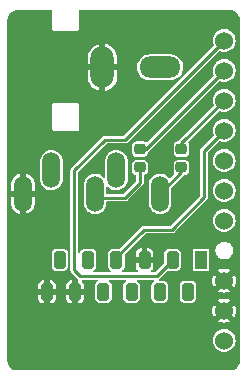
<source format=gbr>
%TF.GenerationSoftware,KiCad,Pcbnew,(6.0.6-0)*%
%TF.CreationDate,2022-07-06T00:09:10-04:00*%
%TF.ProjectId,PS2VGA Plug PCB,50533256-4741-4205-906c-756720504342,rev?*%
%TF.SameCoordinates,Original*%
%TF.FileFunction,Copper,L2,Bot*%
%TF.FilePolarity,Positive*%
%FSLAX46Y46*%
G04 Gerber Fmt 4.6, Leading zero omitted, Abs format (unit mm)*
G04 Created by KiCad (PCBNEW (6.0.6-0)) date 2022-07-06 00:09:10*
%MOMM*%
%LPD*%
G01*
G04 APERTURE LIST*
G04 Aperture macros list*
%AMRoundRect*
0 Rectangle with rounded corners*
0 $1 Rounding radius*
0 $2 $3 $4 $5 $6 $7 $8 $9 X,Y pos of 4 corners*
0 Add a 4 corners polygon primitive as box body*
4,1,4,$2,$3,$4,$5,$6,$7,$8,$9,$2,$3,0*
0 Add four circle primitives for the rounded corners*
1,1,$1+$1,$2,$3*
1,1,$1+$1,$4,$5*
1,1,$1+$1,$6,$7*
1,1,$1+$1,$8,$9*
0 Add four rect primitives between the rounded corners*
20,1,$1+$1,$2,$3,$4,$5,0*
20,1,$1+$1,$4,$5,$6,$7,0*
20,1,$1+$1,$6,$7,$8,$9,0*
20,1,$1+$1,$8,$9,$2,$3,0*%
G04 Aperture macros list end*
%TA.AperFunction,ComponentPad*%
%ADD10O,1.508000X3.016000*%
%TD*%
%TA.AperFunction,ComponentPad*%
%ADD11O,3.500000X1.800000*%
%TD*%
%TA.AperFunction,ComponentPad*%
%ADD12O,2.000000X3.500000*%
%TD*%
%TA.AperFunction,ComponentPad*%
%ADD13C,1.524000*%
%TD*%
%TA.AperFunction,SMDPad,CuDef*%
%ADD14RoundRect,0.225000X0.250000X-0.225000X0.250000X0.225000X-0.250000X0.225000X-0.250000X-0.225000X0*%
%TD*%
%TA.AperFunction,ComponentPad*%
%ADD15R,1.000000X1.500000*%
%TD*%
%TA.AperFunction,ComponentPad*%
%ADD16RoundRect,0.250000X0.250000X0.500000X-0.250000X0.500000X-0.250000X-0.500000X0.250000X-0.500000X0*%
%TD*%
%TA.AperFunction,Conductor*%
%ADD17C,0.250000*%
%TD*%
G04 APERTURE END LIST*
D10*
%TO.P,J1,1,Sleeve/GND*%
%TO.N,GND*%
X141980000Y-105950000D03*
%TO.P,J1,2,Tip/L_Jack*%
%TO.N,Audio L*%
X144380000Y-103950000D03*
%TO.P,J1,3,Ring/R_Jack*%
%TO.N,Audio R*%
X149880000Y-103950000D03*
%TO.P,J1,4,Tip/L_VGA*%
%TO.N,Net-(C15-Pad1)*%
X153580000Y-105950000D03*
%TO.P,J1,5,Ring/R_VGA*%
%TO.N,Net-(C14-Pad1)*%
X148080000Y-105950000D03*
%TD*%
D11*
%TO.P,P2,1,Signal*%
%TO.N,CVBS*%
X153590000Y-95238393D03*
D12*
%TO.P,P2,2,GND*%
%TO.N,GND*%
X148690000Y-95238393D03*
%TD*%
D13*
%TO.P,P3,1,Red*%
%TO.N,Red*%
X159010000Y-118370000D03*
%TO.P,P3,2,Green*%
%TO.N,Green*%
X159010000Y-108210000D03*
%TO.P,P3,3,Blue*%
%TO.N,Blue*%
X159010000Y-105670000D03*
%TO.P,P3,4,Luma*%
%TO.N,Luma*%
X159010000Y-103130000D03*
%TO.P,P3,5,CVBS*%
%TO.N,CVBS*%
X159010000Y-100590000D03*
%TO.P,P3,6,Audio_L_Decoupled*%
%TO.N,Audio L Decoupled*%
X159010000Y-98050000D03*
%TO.P,P3,7,Audio_R_Decoupled*%
%TO.N,Audio R Decoupled*%
X159010000Y-95510000D03*
%TO.P,P3,8,+5V*%
%TO.N,+5V*%
X159010000Y-92970000D03*
%TO.P,P3,9,GND*%
%TO.N,GND*%
X159010000Y-115830000D03*
%TO.P,P3,10,GND*%
X159010000Y-113290000D03*
%TD*%
D14*
%TO.P,C15,1*%
%TO.N,Net-(C15-Pad1)*%
X155390000Y-103705000D03*
%TO.P,C15,2*%
%TO.N,Audio L Decoupled*%
X155390000Y-102155000D03*
%TD*%
%TO.P,C14,1*%
%TO.N,Net-(C14-Pad1)*%
X151870000Y-103705000D03*
%TO.P,C14,2*%
%TO.N,Audio R Decoupled*%
X151870000Y-102155000D03*
%TD*%
D15*
%TO.P,P1,1,Green*%
%TO.N,Green*%
X157040000Y-111540000D03*
D16*
%TO.P,P1,2,Red*%
%TO.N,Red*%
X155940000Y-114240000D03*
%TO.P,P1,3,+5V*%
%TO.N,+5V*%
X154650000Y-111540000D03*
%TO.P,P1,4,Blue*%
%TO.N,Blue*%
X153550000Y-114240000D03*
%TO.P,P1,5,RGBYC_GND*%
%TO.N,GND*%
X152260000Y-111540000D03*
%TO.P,P1,6,Chroma*%
%TO.N,unconnected-(P1-Pad6)*%
X151160000Y-114240000D03*
%TO.P,P1,7,CVBS*%
%TO.N,CVBS*%
X149870000Y-111540000D03*
%TO.P,P1,8,Luma*%
%TO.N,Luma*%
X148770000Y-114240000D03*
%TO.P,P1,9,Audio_R*%
%TO.N,Audio R*%
X147480000Y-111540000D03*
%TO.P,P1,10,CVBS_GND*%
%TO.N,GND*%
X146380000Y-114240000D03*
%TO.P,P1,11,Audio_L*%
%TO.N,Audio L*%
X145090000Y-111540000D03*
%TO.P,P1,12,Audio_GND*%
%TO.N,GND*%
X143990000Y-114240000D03*
%TD*%
D17*
%TO.N,Net-(C14-Pad1)*%
X148080000Y-105950000D02*
X148400000Y-106270000D01*
X148400000Y-106270000D02*
X150590000Y-106270000D01*
X151870000Y-104990000D02*
X151870000Y-103700000D01*
X150590000Y-106270000D02*
X151870000Y-104990000D01*
%TO.N,Audio R Decoupled*%
X152365000Y-102155000D02*
X159010000Y-95510000D01*
X151870000Y-102155000D02*
X152365000Y-102155000D01*
%TO.N,Net-(C15-Pad1)*%
X155390000Y-104140000D02*
X155390000Y-103700000D01*
X153580000Y-105950000D02*
X155390000Y-104140000D01*
%TO.N,Audio L Decoupled*%
X155390000Y-102155000D02*
X155390000Y-101670000D01*
X155390000Y-101670000D02*
X159010000Y-98050000D01*
%TO.N,+5V*%
X146318649Y-103951351D02*
X148920000Y-101350000D01*
X148920000Y-101350000D02*
X150610000Y-101350000D01*
X158990000Y-92970000D02*
X159010000Y-92970000D01*
X153300000Y-112890000D02*
X146780000Y-112890000D01*
X146318649Y-112428649D02*
X146318649Y-103951351D01*
X154650000Y-111540000D02*
X153300000Y-112890000D01*
X150610000Y-101350000D02*
X158990000Y-92970000D01*
X146780000Y-112890000D02*
X146318649Y-112428649D01*
%TO.N,CVBS*%
X154580000Y-108970000D02*
X157300000Y-106250000D01*
X157300000Y-102300000D02*
X159010000Y-100590000D01*
X152210000Y-108970000D02*
X154580000Y-108970000D01*
X149870000Y-111540000D02*
X149870000Y-111310000D01*
X157300000Y-106250000D02*
X157300000Y-102300000D01*
X149870000Y-111310000D02*
X152210000Y-108970000D01*
%TD*%
%TA.AperFunction,Conductor*%
%TO.N,GND*%
G36*
X159500504Y-90391262D02*
G01*
X159509713Y-90393379D01*
X159518390Y-90391415D01*
X159527287Y-90391431D01*
X159527286Y-90392227D01*
X159535226Y-90391736D01*
X159666283Y-90404644D01*
X159681472Y-90407666D01*
X159824290Y-90450989D01*
X159838598Y-90456915D01*
X159970234Y-90527276D01*
X159983111Y-90535880D01*
X160098484Y-90630565D01*
X160109435Y-90641516D01*
X160204120Y-90756889D01*
X160212724Y-90769766D01*
X160283085Y-90901402D01*
X160289011Y-90915710D01*
X160332334Y-91058529D01*
X160335356Y-91073718D01*
X160348249Y-91204625D01*
X160348629Y-91212504D01*
X160348614Y-91221045D01*
X160346621Y-91229713D01*
X160348584Y-91238388D01*
X160348584Y-91238390D01*
X160348801Y-91239347D01*
X160350749Y-91256782D01*
X160350749Y-120032794D01*
X160348740Y-120050498D01*
X160346621Y-120059713D01*
X160348585Y-120068390D01*
X160348569Y-120077287D01*
X160347773Y-120077286D01*
X160348264Y-120085226D01*
X160335356Y-120216283D01*
X160332334Y-120231472D01*
X160289011Y-120374290D01*
X160283085Y-120388598D01*
X160212724Y-120520234D01*
X160204120Y-120533111D01*
X160109435Y-120648484D01*
X160098484Y-120659435D01*
X159983111Y-120754120D01*
X159970234Y-120762724D01*
X159838598Y-120833085D01*
X159824290Y-120839011D01*
X159681471Y-120882334D01*
X159666282Y-120885356D01*
X159535375Y-120898249D01*
X159527496Y-120898629D01*
X159518955Y-120898614D01*
X159510287Y-120896621D01*
X159501612Y-120898584D01*
X159501610Y-120898584D01*
X159500653Y-120898801D01*
X159483218Y-120900749D01*
X141517206Y-120900749D01*
X141499502Y-120898740D01*
X141490287Y-120896621D01*
X141481610Y-120898585D01*
X141472713Y-120898569D01*
X141472714Y-120897773D01*
X141464774Y-120898264D01*
X141333717Y-120885356D01*
X141318528Y-120882334D01*
X141175710Y-120839011D01*
X141161402Y-120833085D01*
X141029766Y-120762724D01*
X141016889Y-120754120D01*
X140901516Y-120659435D01*
X140890565Y-120648484D01*
X140795880Y-120533111D01*
X140787276Y-120520234D01*
X140716915Y-120388598D01*
X140710989Y-120374290D01*
X140667666Y-120231472D01*
X140664644Y-120216284D01*
X140651776Y-120085645D01*
X140651916Y-120068852D01*
X140652368Y-120064930D01*
X140653378Y-120060575D01*
X140653379Y-120060000D01*
X140652386Y-120055645D01*
X140652385Y-120055640D01*
X140651229Y-120050573D01*
X140649251Y-120033005D01*
X140649251Y-118356496D01*
X158042937Y-118356496D01*
X158058732Y-118544590D01*
X158059794Y-118548294D01*
X158059795Y-118548299D01*
X158109696Y-118722324D01*
X158110760Y-118726034D01*
X158197040Y-118893917D01*
X158314285Y-119041844D01*
X158458030Y-119164180D01*
X158622800Y-119256267D01*
X158626462Y-119257457D01*
X158626467Y-119257459D01*
X158742481Y-119295153D01*
X158802317Y-119314595D01*
X158806156Y-119315053D01*
X158806157Y-119315053D01*
X158985903Y-119336487D01*
X158985904Y-119336487D01*
X158989745Y-119336945D01*
X159177945Y-119322464D01*
X159359748Y-119271703D01*
X159528229Y-119186598D01*
X159676970Y-119070388D01*
X159704216Y-119038823D01*
X159797783Y-118930426D01*
X159797787Y-118930421D01*
X159800307Y-118927501D01*
X159802213Y-118924145D01*
X159802217Y-118924140D01*
X159891633Y-118766738D01*
X159893542Y-118763378D01*
X159909989Y-118713938D01*
X159951902Y-118587944D01*
X159951903Y-118587939D01*
X159953123Y-118584272D01*
X159976780Y-118397005D01*
X159977157Y-118370000D01*
X159958738Y-118182145D01*
X159904181Y-118001445D01*
X159815566Y-117834783D01*
X159696266Y-117688508D01*
X159550827Y-117568191D01*
X159533696Y-117558928D01*
X159388184Y-117480250D01*
X159388182Y-117480249D01*
X159384788Y-117478414D01*
X159204474Y-117422597D01*
X159016752Y-117402867D01*
X159012906Y-117403217D01*
X159012905Y-117403217D01*
X158966714Y-117407421D01*
X158828773Y-117419974D01*
X158825066Y-117421065D01*
X158651406Y-117472176D01*
X158651403Y-117472177D01*
X158647697Y-117473268D01*
X158644270Y-117475060D01*
X158644269Y-117475060D01*
X158617369Y-117489123D01*
X158480420Y-117560718D01*
X158333316Y-117678993D01*
X158211986Y-117823588D01*
X158121052Y-117988996D01*
X158063978Y-118168917D01*
X158042937Y-118356496D01*
X140649251Y-118356496D01*
X140649251Y-116700919D01*
X158498128Y-116700919D01*
X158498635Y-116702812D01*
X158500870Y-116704832D01*
X158599519Y-116759965D01*
X158606553Y-116763039D01*
X158787962Y-116821981D01*
X158795475Y-116823633D01*
X158984861Y-116846216D01*
X158992562Y-116846377D01*
X159182731Y-116831744D01*
X159190300Y-116830410D01*
X159374020Y-116779114D01*
X159381181Y-116776336D01*
X159515980Y-116708245D01*
X159523752Y-116699969D01*
X159523811Y-116698913D01*
X159521502Y-116695055D01*
X159019851Y-116193404D01*
X159009557Y-116188604D01*
X159003263Y-116190290D01*
X158502928Y-116690625D01*
X158498128Y-116700919D01*
X140649251Y-116700919D01*
X140649251Y-115819648D01*
X157993525Y-115819648D01*
X158009486Y-116009724D01*
X158010872Y-116017278D01*
X158063448Y-116200631D01*
X158066280Y-116207783D01*
X158132010Y-116335681D01*
X158140341Y-116343396D01*
X158141549Y-116343455D01*
X158145186Y-116341261D01*
X158646596Y-115839851D01*
X158650983Y-115830443D01*
X159368604Y-115830443D01*
X159370290Y-115836737D01*
X159870507Y-116336954D01*
X159880801Y-116341754D01*
X159882838Y-116341209D01*
X159884700Y-116339162D01*
X159937074Y-116246967D01*
X159940202Y-116239942D01*
X160000407Y-116058956D01*
X160002110Y-116051463D01*
X160026224Y-115860588D01*
X160026532Y-115856178D01*
X160026866Y-115832214D01*
X160026681Y-115827800D01*
X160007907Y-115636328D01*
X160006413Y-115628784D01*
X159951286Y-115446195D01*
X159948353Y-115439078D01*
X159887590Y-115324800D01*
X159879152Y-115317203D01*
X159877644Y-115317150D01*
X159874438Y-115319115D01*
X159373404Y-115820149D01*
X159368604Y-115830443D01*
X158650983Y-115830443D01*
X158651396Y-115829557D01*
X158649710Y-115823263D01*
X158149220Y-115322773D01*
X158138926Y-115317973D01*
X158137180Y-115318441D01*
X158134999Y-115320871D01*
X158077197Y-115426013D01*
X158074165Y-115433087D01*
X158016493Y-115614894D01*
X158014895Y-115622410D01*
X157993632Y-115811968D01*
X157993525Y-115819648D01*
X140649251Y-115819648D01*
X140649251Y-114785202D01*
X143240000Y-114785202D01*
X143240230Y-114789449D01*
X143246107Y-114843550D01*
X143248380Y-114853108D01*
X143294941Y-114977310D01*
X143300294Y-114987087D01*
X143379437Y-115092687D01*
X143387313Y-115100563D01*
X143492913Y-115179706D01*
X143502690Y-115185059D01*
X143626892Y-115231620D01*
X143636450Y-115233893D01*
X143690551Y-115239770D01*
X143694798Y-115240000D01*
X143726070Y-115240000D01*
X143736741Y-115236116D01*
X143740000Y-115230472D01*
X143740000Y-115226070D01*
X144240000Y-115226070D01*
X144243884Y-115236741D01*
X144249528Y-115240000D01*
X144285202Y-115240000D01*
X144289449Y-115239770D01*
X144343550Y-115233893D01*
X144353108Y-115231620D01*
X144477310Y-115185059D01*
X144487087Y-115179706D01*
X144592687Y-115100563D01*
X144600563Y-115092687D01*
X144679706Y-114987087D01*
X144685059Y-114977310D01*
X144731620Y-114853108D01*
X144733893Y-114843550D01*
X144739770Y-114789449D01*
X144740000Y-114785202D01*
X145630000Y-114785202D01*
X145630230Y-114789449D01*
X145636107Y-114843550D01*
X145638380Y-114853108D01*
X145684941Y-114977310D01*
X145690294Y-114987087D01*
X145769437Y-115092687D01*
X145777313Y-115100563D01*
X145882913Y-115179706D01*
X145892690Y-115185059D01*
X146016892Y-115231620D01*
X146026450Y-115233893D01*
X146080551Y-115239770D01*
X146084798Y-115240000D01*
X146116070Y-115240000D01*
X146126741Y-115236116D01*
X146130000Y-115230472D01*
X146130000Y-115226070D01*
X146630000Y-115226070D01*
X146633884Y-115236741D01*
X146639528Y-115240000D01*
X146675202Y-115240000D01*
X146679449Y-115239770D01*
X146733550Y-115233893D01*
X146743108Y-115231620D01*
X146867310Y-115185059D01*
X146877087Y-115179706D01*
X146982687Y-115100563D01*
X146990563Y-115092687D01*
X147069706Y-114987087D01*
X147075059Y-114977310D01*
X147121620Y-114853108D01*
X147123893Y-114843550D01*
X147129770Y-114789449D01*
X147130000Y-114785202D01*
X147130000Y-114503930D01*
X147126116Y-114493259D01*
X147120472Y-114490000D01*
X146643930Y-114490000D01*
X146633259Y-114493884D01*
X146630000Y-114499528D01*
X146630000Y-115226070D01*
X146130000Y-115226070D01*
X146130000Y-114503930D01*
X146126116Y-114493259D01*
X146120472Y-114490000D01*
X145643930Y-114490000D01*
X145633259Y-114493884D01*
X145630000Y-114499528D01*
X145630000Y-114785202D01*
X144740000Y-114785202D01*
X144740000Y-114503930D01*
X144736116Y-114493259D01*
X144730472Y-114490000D01*
X144253930Y-114490000D01*
X144243259Y-114493884D01*
X144240000Y-114499528D01*
X144240000Y-115226070D01*
X143740000Y-115226070D01*
X143740000Y-114503930D01*
X143736116Y-114493259D01*
X143730472Y-114490000D01*
X143253930Y-114490000D01*
X143243259Y-114493884D01*
X143240000Y-114499528D01*
X143240000Y-114785202D01*
X140649251Y-114785202D01*
X140649251Y-113976070D01*
X143240000Y-113976070D01*
X143243884Y-113986741D01*
X143249528Y-113990000D01*
X143726070Y-113990000D01*
X143736741Y-113986116D01*
X143740000Y-113980472D01*
X143740000Y-113976070D01*
X144240000Y-113976070D01*
X144243884Y-113986741D01*
X144249528Y-113990000D01*
X144726070Y-113990000D01*
X144736741Y-113986116D01*
X144740000Y-113980472D01*
X144740000Y-113976070D01*
X145630000Y-113976070D01*
X145633884Y-113986741D01*
X145639528Y-113990000D01*
X146116070Y-113990000D01*
X146126741Y-113986116D01*
X146130000Y-113980472D01*
X146130000Y-113253930D01*
X146126116Y-113243259D01*
X146120472Y-113240000D01*
X146084798Y-113240000D01*
X146080551Y-113240230D01*
X146026450Y-113246107D01*
X146016892Y-113248380D01*
X145892690Y-113294941D01*
X145882913Y-113300294D01*
X145777313Y-113379437D01*
X145769437Y-113387313D01*
X145690294Y-113492913D01*
X145684941Y-113502690D01*
X145638380Y-113626892D01*
X145636107Y-113636450D01*
X145630230Y-113690551D01*
X145630000Y-113694798D01*
X145630000Y-113976070D01*
X144740000Y-113976070D01*
X144740000Y-113694798D01*
X144739770Y-113690551D01*
X144733893Y-113636450D01*
X144731620Y-113626892D01*
X144685059Y-113502690D01*
X144679706Y-113492913D01*
X144600563Y-113387313D01*
X144592687Y-113379437D01*
X144487087Y-113300294D01*
X144477310Y-113294941D01*
X144353108Y-113248380D01*
X144343550Y-113246107D01*
X144289449Y-113240230D01*
X144285202Y-113240000D01*
X144253930Y-113240000D01*
X144243259Y-113243884D01*
X144240000Y-113249528D01*
X144240000Y-113976070D01*
X143740000Y-113976070D01*
X143740000Y-113253930D01*
X143736116Y-113243259D01*
X143730472Y-113240000D01*
X143694798Y-113240000D01*
X143690551Y-113240230D01*
X143636450Y-113246107D01*
X143626892Y-113248380D01*
X143502690Y-113294941D01*
X143492913Y-113300294D01*
X143387313Y-113379437D01*
X143379437Y-113387313D01*
X143300294Y-113492913D01*
X143294941Y-113502690D01*
X143248380Y-113626892D01*
X143246107Y-113636450D01*
X143240230Y-113690551D01*
X143240000Y-113694798D01*
X143240000Y-113976070D01*
X140649251Y-113976070D01*
X140649251Y-112093834D01*
X144389500Y-112093834D01*
X144392481Y-112125369D01*
X144437366Y-112253184D01*
X144440871Y-112257930D01*
X144440872Y-112257931D01*
X144476275Y-112305862D01*
X144517850Y-112362150D01*
X144522594Y-112365654D01*
X144621723Y-112438872D01*
X144626816Y-112442634D01*
X144632383Y-112444589D01*
X144632385Y-112444590D01*
X144669023Y-112457456D01*
X144754631Y-112487519D01*
X144786166Y-112490500D01*
X145393834Y-112490500D01*
X145425369Y-112487519D01*
X145510977Y-112457456D01*
X145989385Y-112457456D01*
X145997014Y-112485924D01*
X145999672Y-112495844D01*
X146001162Y-112502567D01*
X146008061Y-112541694D01*
X146011517Y-112547680D01*
X146013881Y-112554175D01*
X146013824Y-112554196D01*
X146014329Y-112555416D01*
X146014384Y-112555391D01*
X146017306Y-112561658D01*
X146019095Y-112568333D01*
X146041896Y-112600895D01*
X146045572Y-112606665D01*
X146065455Y-112641104D01*
X146095909Y-112666658D01*
X146100979Y-112671305D01*
X146537340Y-113107666D01*
X146541997Y-113112747D01*
X146567545Y-113143194D01*
X146592016Y-113157322D01*
X146626751Y-113198717D01*
X146626751Y-113232803D01*
X146630899Y-113233166D01*
X146630000Y-113243443D01*
X146630000Y-113976070D01*
X146633884Y-113986741D01*
X146639528Y-113990000D01*
X147116070Y-113990000D01*
X147126741Y-113986116D01*
X147130000Y-113980472D01*
X147130000Y-113694798D01*
X147129770Y-113690551D01*
X147123893Y-113636450D01*
X147121620Y-113626892D01*
X147075059Y-113502690D01*
X147069706Y-113492913D01*
X146990563Y-113387313D01*
X146982687Y-113379437D01*
X146953705Y-113357716D01*
X146924154Y-113312472D01*
X146930600Y-113258819D01*
X146970025Y-113221861D01*
X147001083Y-113215500D01*
X148231882Y-113215500D01*
X148282662Y-113233982D01*
X148309682Y-113280782D01*
X148300298Y-113334000D01*
X148278819Y-113358045D01*
X148197850Y-113417850D01*
X148194346Y-113422594D01*
X148123172Y-113518956D01*
X148117366Y-113526816D01*
X148072481Y-113654631D01*
X148069500Y-113686166D01*
X148069500Y-114793834D01*
X148072481Y-114825369D01*
X148117366Y-114953184D01*
X148120871Y-114957930D01*
X148120872Y-114957931D01*
X148135186Y-114977310D01*
X148197850Y-115062150D01*
X148202594Y-115065654D01*
X148239194Y-115092687D01*
X148306816Y-115142634D01*
X148312383Y-115144589D01*
X148312385Y-115144590D01*
X148370840Y-115165118D01*
X148434631Y-115187519D01*
X148466166Y-115190500D01*
X149073834Y-115190500D01*
X149105369Y-115187519D01*
X149169160Y-115165118D01*
X149227615Y-115144590D01*
X149227617Y-115144589D01*
X149233184Y-115142634D01*
X149300807Y-115092687D01*
X149337406Y-115065654D01*
X149342150Y-115062150D01*
X149404814Y-114977310D01*
X149419128Y-114957931D01*
X149419129Y-114957930D01*
X149422634Y-114953184D01*
X149467519Y-114825369D01*
X149470500Y-114793834D01*
X149470500Y-113686166D01*
X149467519Y-113654631D01*
X149422634Y-113526816D01*
X149416829Y-113518956D01*
X149345654Y-113422594D01*
X149342150Y-113417850D01*
X149261182Y-113358046D01*
X149231317Y-113313009D01*
X149237387Y-113259312D01*
X149276554Y-113222080D01*
X149308118Y-113215500D01*
X150621882Y-113215500D01*
X150672662Y-113233982D01*
X150699682Y-113280782D01*
X150690298Y-113334000D01*
X150668819Y-113358045D01*
X150587850Y-113417850D01*
X150584346Y-113422594D01*
X150513172Y-113518956D01*
X150507366Y-113526816D01*
X150462481Y-113654631D01*
X150459500Y-113686166D01*
X150459500Y-114793834D01*
X150462481Y-114825369D01*
X150507366Y-114953184D01*
X150510871Y-114957930D01*
X150510872Y-114957931D01*
X150525186Y-114977310D01*
X150587850Y-115062150D01*
X150592594Y-115065654D01*
X150629194Y-115092687D01*
X150696816Y-115142634D01*
X150702383Y-115144589D01*
X150702385Y-115144590D01*
X150760840Y-115165118D01*
X150824631Y-115187519D01*
X150856166Y-115190500D01*
X151463834Y-115190500D01*
X151495369Y-115187519D01*
X151559160Y-115165118D01*
X151617615Y-115144590D01*
X151617617Y-115144589D01*
X151623184Y-115142634D01*
X151690807Y-115092687D01*
X151727406Y-115065654D01*
X151732150Y-115062150D01*
X151794814Y-114977310D01*
X151809128Y-114957931D01*
X151809129Y-114957930D01*
X151812634Y-114953184D01*
X151857519Y-114825369D01*
X151860500Y-114793834D01*
X151860500Y-113686166D01*
X151857519Y-113654631D01*
X151812634Y-113526816D01*
X151806829Y-113518956D01*
X151735654Y-113422594D01*
X151732150Y-113417850D01*
X151651182Y-113358046D01*
X151621317Y-113313009D01*
X151627387Y-113259312D01*
X151666554Y-113222080D01*
X151698118Y-113215500D01*
X153011882Y-113215500D01*
X153062662Y-113233982D01*
X153089682Y-113280782D01*
X153080298Y-113334000D01*
X153058819Y-113358045D01*
X152977850Y-113417850D01*
X152974346Y-113422594D01*
X152903172Y-113518956D01*
X152897366Y-113526816D01*
X152852481Y-113654631D01*
X152849500Y-113686166D01*
X152849500Y-114793834D01*
X152852481Y-114825369D01*
X152897366Y-114953184D01*
X152900871Y-114957930D01*
X152900872Y-114957931D01*
X152915186Y-114977310D01*
X152977850Y-115062150D01*
X152982594Y-115065654D01*
X153019194Y-115092687D01*
X153086816Y-115142634D01*
X153092383Y-115144589D01*
X153092385Y-115144590D01*
X153150840Y-115165118D01*
X153214631Y-115187519D01*
X153246166Y-115190500D01*
X153853834Y-115190500D01*
X153885369Y-115187519D01*
X153949160Y-115165118D01*
X154007615Y-115144590D01*
X154007617Y-115144589D01*
X154013184Y-115142634D01*
X154080807Y-115092687D01*
X154117406Y-115065654D01*
X154122150Y-115062150D01*
X154184814Y-114977310D01*
X154199128Y-114957931D01*
X154199129Y-114957930D01*
X154202634Y-114953184D01*
X154247519Y-114825369D01*
X154250500Y-114793834D01*
X155239500Y-114793834D01*
X155242481Y-114825369D01*
X155287366Y-114953184D01*
X155290871Y-114957930D01*
X155290872Y-114957931D01*
X155305186Y-114977310D01*
X155367850Y-115062150D01*
X155372594Y-115065654D01*
X155409194Y-115092687D01*
X155476816Y-115142634D01*
X155482383Y-115144589D01*
X155482385Y-115144590D01*
X155540840Y-115165118D01*
X155604631Y-115187519D01*
X155636166Y-115190500D01*
X156243834Y-115190500D01*
X156275369Y-115187519D01*
X156339160Y-115165118D01*
X156397615Y-115144590D01*
X156397617Y-115144589D01*
X156403184Y-115142634D01*
X156470807Y-115092687D01*
X156507406Y-115065654D01*
X156512150Y-115062150D01*
X156574814Y-114977310D01*
X156586144Y-114961971D01*
X158496866Y-114961971D01*
X158498948Y-114965395D01*
X159000149Y-115466596D01*
X159010443Y-115471396D01*
X159016737Y-115469710D01*
X159517419Y-114969028D01*
X159522219Y-114958734D01*
X159521790Y-114957132D01*
X159519169Y-114954797D01*
X159407459Y-114894396D01*
X159400377Y-114891419D01*
X159218170Y-114835017D01*
X159210629Y-114833469D01*
X159020942Y-114813532D01*
X159013252Y-114813478D01*
X158823302Y-114830765D01*
X158815746Y-114832206D01*
X158632773Y-114886058D01*
X158625636Y-114888942D01*
X158504578Y-114952229D01*
X158496923Y-114960613D01*
X158496866Y-114961971D01*
X156586144Y-114961971D01*
X156589128Y-114957931D01*
X156589129Y-114957930D01*
X156592634Y-114953184D01*
X156637519Y-114825369D01*
X156640500Y-114793834D01*
X156640500Y-114160919D01*
X158498128Y-114160919D01*
X158498635Y-114162812D01*
X158500870Y-114164832D01*
X158599519Y-114219965D01*
X158606553Y-114223039D01*
X158787962Y-114281981D01*
X158795475Y-114283633D01*
X158984861Y-114306216D01*
X158992562Y-114306377D01*
X159182731Y-114291744D01*
X159190300Y-114290410D01*
X159374020Y-114239114D01*
X159381181Y-114236336D01*
X159515980Y-114168245D01*
X159523752Y-114159969D01*
X159523811Y-114158913D01*
X159521502Y-114155055D01*
X159019851Y-113653404D01*
X159009557Y-113648604D01*
X159003263Y-113650290D01*
X158502928Y-114150625D01*
X158498128Y-114160919D01*
X156640500Y-114160919D01*
X156640500Y-113686166D01*
X156637519Y-113654631D01*
X156592634Y-113526816D01*
X156586829Y-113518956D01*
X156515654Y-113422594D01*
X156512150Y-113417850D01*
X156507406Y-113414346D01*
X156407931Y-113340872D01*
X156407930Y-113340871D01*
X156403184Y-113337366D01*
X156397617Y-113335411D01*
X156397615Y-113335410D01*
X156333825Y-113313009D01*
X156275369Y-113292481D01*
X156243834Y-113289500D01*
X155636166Y-113289500D01*
X155604631Y-113292481D01*
X155546175Y-113313009D01*
X155482385Y-113335410D01*
X155482383Y-113335411D01*
X155476816Y-113337366D01*
X155472070Y-113340871D01*
X155472069Y-113340872D01*
X155372594Y-113414346D01*
X155367850Y-113417850D01*
X155364346Y-113422594D01*
X155293172Y-113518956D01*
X155287366Y-113526816D01*
X155242481Y-113654631D01*
X155239500Y-113686166D01*
X155239500Y-114793834D01*
X154250500Y-114793834D01*
X154250500Y-113686166D01*
X154247519Y-113654631D01*
X154202634Y-113526816D01*
X154196829Y-113518956D01*
X154125654Y-113422594D01*
X154122150Y-113417850D01*
X154117406Y-113414346D01*
X154017931Y-113340872D01*
X154017930Y-113340871D01*
X154013184Y-113337366D01*
X154007617Y-113335411D01*
X154007615Y-113335410D01*
X153943825Y-113313009D01*
X153885369Y-113292481D01*
X153853834Y-113289500D01*
X153553277Y-113289500D01*
X153526208Y-113279648D01*
X157993525Y-113279648D01*
X158009486Y-113469724D01*
X158010872Y-113477278D01*
X158063448Y-113660631D01*
X158066280Y-113667783D01*
X158132010Y-113795681D01*
X158140341Y-113803396D01*
X158141549Y-113803455D01*
X158145186Y-113801261D01*
X158646596Y-113299851D01*
X158650983Y-113290443D01*
X159368604Y-113290443D01*
X159370290Y-113296737D01*
X159870507Y-113796954D01*
X159880801Y-113801754D01*
X159882838Y-113801209D01*
X159884700Y-113799162D01*
X159937074Y-113706967D01*
X159940202Y-113699942D01*
X160000407Y-113518956D01*
X160002110Y-113511463D01*
X160026224Y-113320588D01*
X160026532Y-113316178D01*
X160026866Y-113292214D01*
X160026681Y-113287800D01*
X160007907Y-113096328D01*
X160006413Y-113088784D01*
X159951286Y-112906195D01*
X159948353Y-112899078D01*
X159887590Y-112784800D01*
X159879152Y-112777203D01*
X159877644Y-112777150D01*
X159874438Y-112779115D01*
X159373404Y-113280149D01*
X159368604Y-113290443D01*
X158650983Y-113290443D01*
X158651396Y-113289557D01*
X158649710Y-113283263D01*
X158149220Y-112782773D01*
X158138926Y-112777973D01*
X158137180Y-112778441D01*
X158134999Y-112780871D01*
X158077197Y-112886013D01*
X158074165Y-112893087D01*
X158016493Y-113074894D01*
X158014895Y-113082410D01*
X157993632Y-113271968D01*
X157993525Y-113279648D01*
X153526208Y-113279648D01*
X153502497Y-113271018D01*
X153475477Y-113224218D01*
X153484861Y-113171000D01*
X153502497Y-113149982D01*
X153506466Y-113146652D01*
X153512455Y-113143194D01*
X153538000Y-113112751D01*
X153542655Y-113107671D01*
X154167123Y-112483204D01*
X154216099Y-112460366D01*
X154249158Y-112464527D01*
X154314631Y-112487519D01*
X154346166Y-112490500D01*
X154953834Y-112490500D01*
X154985369Y-112487519D01*
X155070977Y-112457456D01*
X155107615Y-112444590D01*
X155107617Y-112444589D01*
X155113184Y-112442634D01*
X155118278Y-112438872D01*
X155217406Y-112365654D01*
X155222150Y-112362150D01*
X155260855Y-112309748D01*
X156339500Y-112309748D01*
X156351133Y-112368231D01*
X156355454Y-112374698D01*
X156355455Y-112374700D01*
X156389329Y-112425395D01*
X156395448Y-112434552D01*
X156401913Y-112438872D01*
X156455300Y-112474545D01*
X156455302Y-112474546D01*
X156461769Y-112478867D01*
X156482694Y-112483029D01*
X156516440Y-112489742D01*
X156516443Y-112489742D01*
X156520252Y-112490500D01*
X157559748Y-112490500D01*
X157563557Y-112489742D01*
X157563560Y-112489742D01*
X157597306Y-112483029D01*
X157618231Y-112478867D01*
X157624698Y-112474546D01*
X157624700Y-112474545D01*
X157678087Y-112438872D01*
X157684552Y-112434552D01*
X157690671Y-112425395D01*
X157692959Y-112421971D01*
X158496866Y-112421971D01*
X158498948Y-112425395D01*
X159000149Y-112926596D01*
X159010443Y-112931396D01*
X159016737Y-112929710D01*
X159517419Y-112429028D01*
X159522219Y-112418734D01*
X159521790Y-112417132D01*
X159519169Y-112414797D01*
X159407459Y-112354396D01*
X159400377Y-112351419D01*
X159218170Y-112295017D01*
X159210629Y-112293469D01*
X159020942Y-112273532D01*
X159013252Y-112273478D01*
X158823302Y-112290765D01*
X158815746Y-112292206D01*
X158632773Y-112346058D01*
X158625636Y-112348942D01*
X158504578Y-112412229D01*
X158496923Y-112420613D01*
X158496866Y-112421971D01*
X157692959Y-112421971D01*
X157724545Y-112374700D01*
X157724546Y-112374698D01*
X157728867Y-112368231D01*
X157740500Y-112309748D01*
X157740500Y-110790862D01*
X158255497Y-110790862D01*
X158256275Y-110795390D01*
X158283638Y-110954631D01*
X158285134Y-110963340D01*
X158286931Y-110967562D01*
X158286932Y-110967567D01*
X158295638Y-110988027D01*
X158353654Y-111124373D01*
X158356372Y-111128067D01*
X158356373Y-111128068D01*
X158454661Y-111261626D01*
X158454664Y-111261629D01*
X158457383Y-111265324D01*
X158460880Y-111268295D01*
X158460882Y-111268297D01*
X158482592Y-111286741D01*
X158590755Y-111378632D01*
X158594842Y-111380719D01*
X158742530Y-111456133D01*
X158742533Y-111456134D01*
X158746616Y-111458219D01*
X158833976Y-111479596D01*
X158913184Y-111498978D01*
X158913188Y-111498979D01*
X158916606Y-111499815D01*
X158927648Y-111500500D01*
X159053822Y-111500500D01*
X159056084Y-111500236D01*
X159056089Y-111500236D01*
X159179268Y-111485875D01*
X159179271Y-111485874D01*
X159183828Y-111485343D01*
X159188143Y-111483777D01*
X159188146Y-111483776D01*
X159344018Y-111427197D01*
X159344021Y-111427195D01*
X159348331Y-111425631D01*
X159494685Y-111329677D01*
X159497840Y-111326346D01*
X159497843Y-111326344D01*
X159611885Y-111205958D01*
X159615040Y-111202628D01*
X159702939Y-111051298D01*
X159720051Y-110994798D01*
X159752337Y-110888199D01*
X159752337Y-110888197D01*
X159753667Y-110883807D01*
X159764503Y-110709138D01*
X159760753Y-110687313D01*
X159735644Y-110541186D01*
X159735643Y-110541184D01*
X159734866Y-110536660D01*
X159733069Y-110532438D01*
X159733068Y-110532433D01*
X159668142Y-110379848D01*
X159666346Y-110375627D01*
X159611677Y-110301340D01*
X159565339Y-110238374D01*
X159565336Y-110238371D01*
X159562617Y-110234676D01*
X159429245Y-110121368D01*
X159342129Y-110076884D01*
X159277470Y-110043867D01*
X159277467Y-110043866D01*
X159273384Y-110041781D01*
X159186024Y-110020404D01*
X159106816Y-110001022D01*
X159106812Y-110001021D01*
X159103394Y-110000185D01*
X159092352Y-109999500D01*
X158966178Y-109999500D01*
X158963916Y-109999764D01*
X158963911Y-109999764D01*
X158840732Y-110014125D01*
X158840729Y-110014126D01*
X158836172Y-110014657D01*
X158831857Y-110016223D01*
X158831854Y-110016224D01*
X158675982Y-110072803D01*
X158675979Y-110072805D01*
X158671669Y-110074369D01*
X158525315Y-110170323D01*
X158522160Y-110173654D01*
X158522157Y-110173656D01*
X158467169Y-110231703D01*
X158404960Y-110297372D01*
X158317061Y-110448702D01*
X158315729Y-110453100D01*
X158272770Y-110594941D01*
X158266333Y-110616193D01*
X158255497Y-110790862D01*
X157740500Y-110790862D01*
X157740500Y-110770252D01*
X157728867Y-110711769D01*
X157724546Y-110705302D01*
X157724545Y-110705300D01*
X157688872Y-110651913D01*
X157684552Y-110645448D01*
X157672457Y-110637366D01*
X157624700Y-110605455D01*
X157624698Y-110605454D01*
X157618231Y-110601133D01*
X157587102Y-110594941D01*
X157563560Y-110590258D01*
X157563557Y-110590258D01*
X157559748Y-110589500D01*
X156520252Y-110589500D01*
X156516443Y-110590258D01*
X156516440Y-110590258D01*
X156492898Y-110594941D01*
X156461769Y-110601133D01*
X156455302Y-110605454D01*
X156455300Y-110605455D01*
X156407543Y-110637366D01*
X156395448Y-110645448D01*
X156391128Y-110651913D01*
X156355455Y-110705300D01*
X156355454Y-110705302D01*
X156351133Y-110711769D01*
X156339500Y-110770252D01*
X156339500Y-112309748D01*
X155260855Y-112309748D01*
X155263725Y-112305862D01*
X155299128Y-112257931D01*
X155299129Y-112257930D01*
X155302634Y-112253184D01*
X155347519Y-112125369D01*
X155350500Y-112093834D01*
X155350500Y-110986166D01*
X155347519Y-110954631D01*
X155302634Y-110826816D01*
X155222150Y-110717850D01*
X155204225Y-110704610D01*
X155117931Y-110640872D01*
X155117930Y-110640871D01*
X155113184Y-110637366D01*
X155107617Y-110635411D01*
X155107615Y-110635410D01*
X155040385Y-110611801D01*
X154985369Y-110592481D01*
X154953834Y-110589500D01*
X154346166Y-110589500D01*
X154314631Y-110592481D01*
X154259615Y-110611801D01*
X154192385Y-110635410D01*
X154192383Y-110635411D01*
X154186816Y-110637366D01*
X154182070Y-110640871D01*
X154182069Y-110640872D01*
X154095775Y-110704610D01*
X154077850Y-110717850D01*
X153997366Y-110826816D01*
X153952481Y-110954631D01*
X153949500Y-110986166D01*
X153949500Y-111747451D01*
X153931018Y-111798231D01*
X153926361Y-111803312D01*
X153188313Y-112541361D01*
X153139337Y-112564199D01*
X153132452Y-112564500D01*
X152881083Y-112564500D01*
X152830303Y-112546018D01*
X152803283Y-112499218D01*
X152812667Y-112446000D01*
X152833705Y-112422284D01*
X152862687Y-112400563D01*
X152870563Y-112392687D01*
X152949706Y-112287087D01*
X152955059Y-112277310D01*
X153001620Y-112153108D01*
X153003893Y-112143550D01*
X153009770Y-112089449D01*
X153010000Y-112085202D01*
X153010000Y-111803930D01*
X153006116Y-111793259D01*
X153000472Y-111790000D01*
X151523930Y-111790000D01*
X151513259Y-111793884D01*
X151510000Y-111799528D01*
X151510000Y-112085202D01*
X151510230Y-112089449D01*
X151516107Y-112143550D01*
X151518380Y-112153108D01*
X151564941Y-112277310D01*
X151570294Y-112287087D01*
X151649437Y-112392687D01*
X151657313Y-112400563D01*
X151686295Y-112422284D01*
X151715846Y-112467528D01*
X151709400Y-112521181D01*
X151669975Y-112558139D01*
X151638917Y-112564500D01*
X150408118Y-112564500D01*
X150357338Y-112546018D01*
X150330318Y-112499218D01*
X150339702Y-112446000D01*
X150361182Y-112421954D01*
X150367711Y-112417132D01*
X150442150Y-112362150D01*
X150483725Y-112305862D01*
X150519128Y-112257931D01*
X150519129Y-112257930D01*
X150522634Y-112253184D01*
X150567519Y-112125369D01*
X150570500Y-112093834D01*
X150570500Y-111276070D01*
X151510000Y-111276070D01*
X151513884Y-111286741D01*
X151519528Y-111290000D01*
X151996070Y-111290000D01*
X152006741Y-111286116D01*
X152010000Y-111280472D01*
X152010000Y-111276070D01*
X152510000Y-111276070D01*
X152513884Y-111286741D01*
X152519528Y-111290000D01*
X152996070Y-111290000D01*
X153006741Y-111286116D01*
X153010000Y-111280472D01*
X153010000Y-110994798D01*
X153009770Y-110990551D01*
X153003893Y-110936450D01*
X153001620Y-110926892D01*
X152955059Y-110802690D01*
X152949706Y-110792913D01*
X152870563Y-110687313D01*
X152862687Y-110679437D01*
X152757087Y-110600294D01*
X152747310Y-110594941D01*
X152623108Y-110548380D01*
X152613550Y-110546107D01*
X152559449Y-110540230D01*
X152555202Y-110540000D01*
X152523930Y-110540000D01*
X152513259Y-110543884D01*
X152510000Y-110549528D01*
X152510000Y-111276070D01*
X152010000Y-111276070D01*
X152010000Y-110553930D01*
X152006116Y-110543259D01*
X152000472Y-110540000D01*
X151964798Y-110540000D01*
X151960551Y-110540230D01*
X151906450Y-110546107D01*
X151896892Y-110548380D01*
X151772690Y-110594941D01*
X151762913Y-110600294D01*
X151657313Y-110679437D01*
X151649437Y-110687313D01*
X151570294Y-110792913D01*
X151564941Y-110802690D01*
X151518380Y-110926892D01*
X151516107Y-110936450D01*
X151510230Y-110990551D01*
X151510000Y-110994798D01*
X151510000Y-111276070D01*
X150570500Y-111276070D01*
X150570500Y-111102548D01*
X150588982Y-111051768D01*
X150593639Y-111046687D01*
X152321687Y-109318639D01*
X152370663Y-109295801D01*
X152377548Y-109295500D01*
X154562340Y-109295500D01*
X154569226Y-109295801D01*
X154601923Y-109298662D01*
X154601925Y-109298662D01*
X154608807Y-109299264D01*
X154615479Y-109297476D01*
X154615480Y-109297476D01*
X154624820Y-109294973D01*
X154647202Y-109288975D01*
X154653918Y-109287487D01*
X154693045Y-109280588D01*
X154699031Y-109277132D01*
X154705526Y-109274768D01*
X154705547Y-109274825D01*
X154706767Y-109274320D01*
X154706742Y-109274265D01*
X154713009Y-109271343D01*
X154719684Y-109269554D01*
X154752246Y-109246753D01*
X154758016Y-109243077D01*
X154792455Y-109223194D01*
X154818009Y-109192740D01*
X154822656Y-109187670D01*
X155813830Y-108196496D01*
X158042937Y-108196496D01*
X158058732Y-108384590D01*
X158059794Y-108388294D01*
X158059795Y-108388299D01*
X158109696Y-108562324D01*
X158110760Y-108566034D01*
X158197040Y-108733917D01*
X158314285Y-108881844D01*
X158458030Y-109004180D01*
X158622800Y-109096267D01*
X158626462Y-109097457D01*
X158626467Y-109097459D01*
X158742481Y-109135153D01*
X158802317Y-109154595D01*
X158806156Y-109155053D01*
X158806157Y-109155053D01*
X158985903Y-109176487D01*
X158985904Y-109176487D01*
X158989745Y-109176945D01*
X159177945Y-109162464D01*
X159359748Y-109111703D01*
X159528229Y-109026598D01*
X159676970Y-108910388D01*
X159704216Y-108878823D01*
X159797783Y-108770426D01*
X159797787Y-108770421D01*
X159800307Y-108767501D01*
X159802213Y-108764145D01*
X159802217Y-108764140D01*
X159891633Y-108606738D01*
X159893542Y-108603378D01*
X159909989Y-108553938D01*
X159951902Y-108427944D01*
X159951903Y-108427939D01*
X159953123Y-108424272D01*
X159976780Y-108237005D01*
X159977157Y-108210000D01*
X159958738Y-108022145D01*
X159904181Y-107841445D01*
X159815566Y-107674783D01*
X159696266Y-107528508D01*
X159615135Y-107461391D01*
X159553801Y-107410651D01*
X159553799Y-107410650D01*
X159550827Y-107408191D01*
X159537974Y-107401241D01*
X159388184Y-107320250D01*
X159388182Y-107320249D01*
X159384788Y-107318414D01*
X159204474Y-107262597D01*
X159016752Y-107242867D01*
X159012906Y-107243217D01*
X159012905Y-107243217D01*
X158966714Y-107247421D01*
X158828773Y-107259974D01*
X158825066Y-107261065D01*
X158651406Y-107312176D01*
X158651403Y-107312177D01*
X158647697Y-107313268D01*
X158644270Y-107315060D01*
X158644269Y-107315060D01*
X158620225Y-107327630D01*
X158480420Y-107400718D01*
X158333316Y-107518993D01*
X158293601Y-107566323D01*
X158221427Y-107652337D01*
X158211986Y-107663588D01*
X158210125Y-107666972D01*
X158210125Y-107666973D01*
X158205831Y-107674783D01*
X158121052Y-107828996D01*
X158063978Y-108008917D01*
X158042937Y-108196496D01*
X155813830Y-108196496D01*
X157517666Y-106492660D01*
X157522747Y-106488003D01*
X157547900Y-106466897D01*
X157553194Y-106462455D01*
X157573077Y-106428016D01*
X157576753Y-106422246D01*
X157599554Y-106389684D01*
X157601343Y-106383009D01*
X157604265Y-106376742D01*
X157604320Y-106376767D01*
X157604825Y-106375547D01*
X157604768Y-106375526D01*
X157607132Y-106369031D01*
X157610588Y-106363045D01*
X157617487Y-106323918D01*
X157618977Y-106317195D01*
X157627476Y-106285480D01*
X157627476Y-106285479D01*
X157629264Y-106278807D01*
X157625801Y-106239226D01*
X157625500Y-106232340D01*
X157625500Y-105656496D01*
X158042937Y-105656496D01*
X158058732Y-105844590D01*
X158059794Y-105848294D01*
X158059795Y-105848299D01*
X158109696Y-106022324D01*
X158110760Y-106026034D01*
X158197040Y-106193917D01*
X158314285Y-106341844D01*
X158458030Y-106464180D01*
X158461404Y-106466066D01*
X158461406Y-106466067D01*
X158535256Y-106507340D01*
X158622800Y-106556267D01*
X158626462Y-106557457D01*
X158626467Y-106557459D01*
X158723472Y-106588977D01*
X158802317Y-106614595D01*
X158806156Y-106615053D01*
X158806157Y-106615053D01*
X158985903Y-106636487D01*
X158985904Y-106636487D01*
X158989745Y-106636945D01*
X159177945Y-106622464D01*
X159359748Y-106571703D01*
X159528229Y-106486598D01*
X159645029Y-106395343D01*
X159673928Y-106372765D01*
X159673930Y-106372763D01*
X159676970Y-106370388D01*
X159761965Y-106271921D01*
X159797783Y-106230426D01*
X159797787Y-106230421D01*
X159800307Y-106227501D01*
X159802213Y-106224145D01*
X159802217Y-106224140D01*
X159891633Y-106066738D01*
X159893542Y-106063378D01*
X159940785Y-105921361D01*
X159951902Y-105887944D01*
X159951903Y-105887939D01*
X159953123Y-105884272D01*
X159953762Y-105879218D01*
X159959381Y-105834735D01*
X159976780Y-105697005D01*
X159977157Y-105670000D01*
X159966992Y-105566323D01*
X159959115Y-105485987D01*
X159959114Y-105485984D01*
X159958738Y-105482145D01*
X159904181Y-105301445D01*
X159866305Y-105230209D01*
X159817377Y-105138189D01*
X159815566Y-105134783D01*
X159696266Y-104988508D01*
X159676734Y-104972350D01*
X159553801Y-104870651D01*
X159553799Y-104870650D01*
X159550827Y-104868191D01*
X159533696Y-104858928D01*
X159388184Y-104780250D01*
X159388182Y-104780249D01*
X159384788Y-104778414D01*
X159204474Y-104722597D01*
X159016752Y-104702867D01*
X159012906Y-104703217D01*
X159012905Y-104703217D01*
X158967689Y-104707332D01*
X158828773Y-104719974D01*
X158825066Y-104721065D01*
X158651406Y-104772176D01*
X158651403Y-104772177D01*
X158647697Y-104773268D01*
X158644270Y-104775060D01*
X158644269Y-104775060D01*
X158617369Y-104789123D01*
X158480420Y-104860718D01*
X158477413Y-104863136D01*
X158477411Y-104863137D01*
X158341578Y-104972350D01*
X158333316Y-104978993D01*
X158330830Y-104981956D01*
X158217709Y-105116768D01*
X158211986Y-105123588D01*
X158210125Y-105126972D01*
X158210125Y-105126973D01*
X158185337Y-105172063D01*
X158121052Y-105288996D01*
X158063978Y-105468917D01*
X158058513Y-105517636D01*
X158043404Y-105652337D01*
X158042937Y-105656496D01*
X157625500Y-105656496D01*
X157625500Y-103116496D01*
X158042937Y-103116496D01*
X158058732Y-103304590D01*
X158059794Y-103308294D01*
X158059795Y-103308299D01*
X158098548Y-103443446D01*
X158110760Y-103486034D01*
X158197040Y-103653917D01*
X158314285Y-103801844D01*
X158458030Y-103924180D01*
X158622800Y-104016267D01*
X158626462Y-104017457D01*
X158626467Y-104017459D01*
X158742481Y-104055153D01*
X158802317Y-104074595D01*
X158806156Y-104075053D01*
X158806157Y-104075053D01*
X158985903Y-104096487D01*
X158985904Y-104096487D01*
X158989745Y-104096945D01*
X159177945Y-104082464D01*
X159359748Y-104031703D01*
X159528229Y-103946598D01*
X159658123Y-103845113D01*
X159673928Y-103832765D01*
X159673930Y-103832763D01*
X159676970Y-103830388D01*
X159726239Y-103773310D01*
X159797783Y-103690426D01*
X159797787Y-103690421D01*
X159800307Y-103687501D01*
X159802213Y-103684145D01*
X159802217Y-103684140D01*
X159891633Y-103526738D01*
X159893542Y-103523378D01*
X159950215Y-103353015D01*
X159951902Y-103347944D01*
X159951903Y-103347939D01*
X159953123Y-103344272D01*
X159976780Y-103157005D01*
X159977157Y-103130000D01*
X159958738Y-102942145D01*
X159913011Y-102790692D01*
X159905297Y-102765141D01*
X159905297Y-102765140D01*
X159904181Y-102761445D01*
X159833058Y-102627680D01*
X159817377Y-102598189D01*
X159815566Y-102594783D01*
X159696266Y-102448508D01*
X159671436Y-102427967D01*
X159553801Y-102330651D01*
X159553799Y-102330650D01*
X159550827Y-102328191D01*
X159533696Y-102318928D01*
X159388184Y-102240250D01*
X159388182Y-102240249D01*
X159384788Y-102238414D01*
X159204474Y-102182597D01*
X159016752Y-102162867D01*
X159012906Y-102163217D01*
X159012905Y-102163217D01*
X158966714Y-102167421D01*
X158828773Y-102179974D01*
X158825066Y-102181065D01*
X158651406Y-102232176D01*
X158651403Y-102232177D01*
X158647697Y-102233268D01*
X158644270Y-102235060D01*
X158644269Y-102235060D01*
X158620162Y-102247663D01*
X158480420Y-102320718D01*
X158477413Y-102323136D01*
X158477411Y-102323137D01*
X158339834Y-102433752D01*
X158333316Y-102438993D01*
X158211986Y-102583588D01*
X158210125Y-102586972D01*
X158210125Y-102586973D01*
X158134722Y-102724130D01*
X158121052Y-102748996D01*
X158063978Y-102928917D01*
X158042937Y-103116496D01*
X157625500Y-103116496D01*
X157625500Y-102467548D01*
X157643982Y-102416768D01*
X157648639Y-102411687D01*
X158559328Y-101500999D01*
X158608304Y-101478161D01*
X158639601Y-101481726D01*
X158802317Y-101534595D01*
X158806156Y-101535053D01*
X158806157Y-101535053D01*
X158985903Y-101556487D01*
X158985904Y-101556487D01*
X158989745Y-101556945D01*
X159177945Y-101542464D01*
X159359748Y-101491703D01*
X159528229Y-101406598D01*
X159676970Y-101290388D01*
X159703951Y-101259130D01*
X159797783Y-101150426D01*
X159797787Y-101150421D01*
X159800307Y-101147501D01*
X159802213Y-101144145D01*
X159802217Y-101144140D01*
X159891633Y-100986738D01*
X159893542Y-100983378D01*
X159909989Y-100933938D01*
X159951902Y-100807944D01*
X159951903Y-100807939D01*
X159953123Y-100804272D01*
X159976780Y-100617005D01*
X159977157Y-100590000D01*
X159963900Y-100454790D01*
X159959115Y-100405987D01*
X159959114Y-100405984D01*
X159958738Y-100402145D01*
X159904181Y-100221445D01*
X159815566Y-100054783D01*
X159696266Y-99908508D01*
X159550827Y-99788191D01*
X159533696Y-99778928D01*
X159388184Y-99700250D01*
X159388182Y-99700249D01*
X159384788Y-99698414D01*
X159204474Y-99642597D01*
X159016752Y-99622867D01*
X159012906Y-99623217D01*
X159012905Y-99623217D01*
X158966714Y-99627421D01*
X158828773Y-99639974D01*
X158825066Y-99641065D01*
X158651406Y-99692176D01*
X158651403Y-99692177D01*
X158647697Y-99693268D01*
X158644270Y-99695060D01*
X158644269Y-99695060D01*
X158617369Y-99709123D01*
X158480420Y-99780718D01*
X158333316Y-99898993D01*
X158211986Y-100043588D01*
X158121052Y-100208996D01*
X158063978Y-100388917D01*
X158063548Y-100392752D01*
X158045356Y-100554935D01*
X158042937Y-100576496D01*
X158058732Y-100764590D01*
X158059794Y-100768294D01*
X158059795Y-100768299D01*
X158109696Y-100942324D01*
X158110760Y-100946034D01*
X158112522Y-100949463D01*
X158112523Y-100949465D01*
X158112562Y-100949540D01*
X158112566Y-100949573D01*
X158113948Y-100953063D01*
X158113052Y-100953418D01*
X158119336Y-101003153D01*
X158098160Y-101041514D01*
X157082334Y-102057340D01*
X157077253Y-102061997D01*
X157046806Y-102087545D01*
X157026923Y-102121984D01*
X157023247Y-102127754D01*
X157000446Y-102160316D01*
X156998657Y-102166991D01*
X156995735Y-102173258D01*
X156995680Y-102173233D01*
X156995175Y-102174453D01*
X156995232Y-102174474D01*
X156992868Y-102180969D01*
X156989412Y-102186955D01*
X156988212Y-102193762D01*
X156982515Y-102226074D01*
X156981025Y-102232798D01*
X156970736Y-102271193D01*
X156971338Y-102278075D01*
X156971338Y-102278077D01*
X156974199Y-102310774D01*
X156974500Y-102317660D01*
X156974500Y-106082452D01*
X156956018Y-106133232D01*
X156951361Y-106138313D01*
X154468313Y-108621361D01*
X154419337Y-108644199D01*
X154412452Y-108644500D01*
X152227660Y-108644500D01*
X152220774Y-108644199D01*
X152188077Y-108641338D01*
X152188075Y-108641338D01*
X152181193Y-108640736D01*
X152174521Y-108642524D01*
X152174520Y-108642524D01*
X152168270Y-108644199D01*
X152142798Y-108651025D01*
X152136082Y-108652513D01*
X152096955Y-108659412D01*
X152090969Y-108662868D01*
X152084474Y-108665232D01*
X152084453Y-108665175D01*
X152083233Y-108665680D01*
X152083258Y-108665735D01*
X152076991Y-108668657D01*
X152070316Y-108670446D01*
X152037754Y-108693247D01*
X152031984Y-108696923D01*
X151997545Y-108716806D01*
X151971991Y-108747260D01*
X151967344Y-108752330D01*
X150153313Y-110566361D01*
X150104337Y-110589199D01*
X150097452Y-110589500D01*
X149566166Y-110589500D01*
X149534631Y-110592481D01*
X149479615Y-110611801D01*
X149412385Y-110635410D01*
X149412383Y-110635411D01*
X149406816Y-110637366D01*
X149402070Y-110640871D01*
X149402069Y-110640872D01*
X149315775Y-110704610D01*
X149297850Y-110717850D01*
X149217366Y-110826816D01*
X149172481Y-110954631D01*
X149169500Y-110986166D01*
X149169500Y-112093834D01*
X149172481Y-112125369D01*
X149217366Y-112253184D01*
X149220871Y-112257930D01*
X149220872Y-112257931D01*
X149256275Y-112305862D01*
X149297850Y-112362150D01*
X149372290Y-112417132D01*
X149378818Y-112421954D01*
X149408683Y-112466991D01*
X149402613Y-112520688D01*
X149363446Y-112557920D01*
X149331882Y-112564500D01*
X148018118Y-112564500D01*
X147967338Y-112546018D01*
X147940318Y-112499218D01*
X147949702Y-112446000D01*
X147971182Y-112421954D01*
X147977711Y-112417132D01*
X148052150Y-112362150D01*
X148093725Y-112305862D01*
X148129128Y-112257931D01*
X148129129Y-112257930D01*
X148132634Y-112253184D01*
X148177519Y-112125369D01*
X148180500Y-112093834D01*
X148180500Y-110986166D01*
X148177519Y-110954631D01*
X148132634Y-110826816D01*
X148052150Y-110717850D01*
X148034225Y-110704610D01*
X147947931Y-110640872D01*
X147947930Y-110640871D01*
X147943184Y-110637366D01*
X147937617Y-110635411D01*
X147937615Y-110635410D01*
X147870385Y-110611801D01*
X147815369Y-110592481D01*
X147783834Y-110589500D01*
X147176166Y-110589500D01*
X147144631Y-110592481D01*
X147089615Y-110611801D01*
X147022385Y-110635410D01*
X147022383Y-110635411D01*
X147016816Y-110637366D01*
X147012070Y-110640871D01*
X147012069Y-110640872D01*
X146925775Y-110704610D01*
X146907850Y-110717850D01*
X146827366Y-110826816D01*
X146807353Y-110883807D01*
X146797687Y-110911331D01*
X146763423Y-110953118D01*
X146710314Y-110963105D01*
X146663212Y-110936619D01*
X146644149Y-110885155D01*
X146644149Y-106752456D01*
X147125500Y-106752456D01*
X147125701Y-106754431D01*
X147125701Y-106754439D01*
X147130765Y-106804287D01*
X147140174Y-106896919D01*
X147141369Y-106900733D01*
X147141370Y-106900737D01*
X147170628Y-106994100D01*
X147198161Y-107081957D01*
X147292171Y-107251555D01*
X147418364Y-107398786D01*
X147421529Y-107401241D01*
X147502618Y-107464140D01*
X147571584Y-107517636D01*
X147575179Y-107519405D01*
X147741978Y-107601481D01*
X147741982Y-107601482D01*
X147745572Y-107603249D01*
X147839397Y-107627689D01*
X147929347Y-107651119D01*
X147929350Y-107651120D01*
X147933222Y-107652128D01*
X148030045Y-107657202D01*
X148122871Y-107662068D01*
X148122876Y-107662068D01*
X148126868Y-107662277D01*
X148318599Y-107633280D01*
X148500583Y-107566323D01*
X148503987Y-107564213D01*
X148503990Y-107564211D01*
X148661988Y-107466248D01*
X148661992Y-107466245D01*
X148665387Y-107464140D01*
X148806278Y-107330906D01*
X148817374Y-107315060D01*
X148856190Y-107259624D01*
X148917501Y-107172063D01*
X148994512Y-106994100D01*
X149034166Y-106804287D01*
X149034324Y-106801270D01*
X149034325Y-106801263D01*
X149034446Y-106798937D01*
X149034500Y-106797914D01*
X149034500Y-106752456D01*
X152625500Y-106752456D01*
X152625701Y-106754431D01*
X152625701Y-106754439D01*
X152630765Y-106804287D01*
X152640174Y-106896919D01*
X152641369Y-106900733D01*
X152641370Y-106900737D01*
X152670628Y-106994100D01*
X152698161Y-107081957D01*
X152792171Y-107251555D01*
X152918364Y-107398786D01*
X152921529Y-107401241D01*
X153002618Y-107464140D01*
X153071584Y-107517636D01*
X153075179Y-107519405D01*
X153241978Y-107601481D01*
X153241982Y-107601482D01*
X153245572Y-107603249D01*
X153339397Y-107627689D01*
X153429347Y-107651119D01*
X153429350Y-107651120D01*
X153433222Y-107652128D01*
X153530045Y-107657202D01*
X153622871Y-107662068D01*
X153622876Y-107662068D01*
X153626868Y-107662277D01*
X153818599Y-107633280D01*
X154000583Y-107566323D01*
X154003987Y-107564213D01*
X154003990Y-107564211D01*
X154161988Y-107466248D01*
X154161992Y-107466245D01*
X154165387Y-107464140D01*
X154306278Y-107330906D01*
X154317374Y-107315060D01*
X154356190Y-107259624D01*
X154417501Y-107172063D01*
X154494512Y-106994100D01*
X154534166Y-106804287D01*
X154534324Y-106801270D01*
X154534325Y-106801263D01*
X154534446Y-106798937D01*
X154534500Y-106797914D01*
X154534500Y-105488548D01*
X154552982Y-105437768D01*
X154557639Y-105432687D01*
X155607666Y-104382660D01*
X155612747Y-104378004D01*
X155617539Y-104373983D01*
X155667297Y-104355872D01*
X155667287Y-104355744D01*
X155667748Y-104355708D01*
X155668319Y-104355500D01*
X155673488Y-104355500D01*
X155723472Y-104347583D01*
X155766985Y-104340692D01*
X155766987Y-104340691D01*
X155773126Y-104339719D01*
X155835370Y-104308004D01*
X155887680Y-104281351D01*
X155887681Y-104281350D01*
X155893220Y-104278528D01*
X155988528Y-104183220D01*
X155991352Y-104177679D01*
X156039866Y-104082464D01*
X156049719Y-104063126D01*
X156065500Y-103963488D01*
X156065500Y-103446512D01*
X156049719Y-103346874D01*
X155988528Y-103226780D01*
X155893220Y-103131472D01*
X155886014Y-103127800D01*
X155778664Y-103073103D01*
X155778665Y-103073103D01*
X155773126Y-103070281D01*
X155766987Y-103069309D01*
X155766985Y-103069308D01*
X155723472Y-103062417D01*
X155673488Y-103054500D01*
X155106512Y-103054500D01*
X155056528Y-103062417D01*
X155013015Y-103069308D01*
X155013013Y-103069309D01*
X155006874Y-103070281D01*
X155001335Y-103073103D01*
X155001336Y-103073103D01*
X154893987Y-103127800D01*
X154886780Y-103131472D01*
X154791472Y-103226780D01*
X154730281Y-103346874D01*
X154714500Y-103446512D01*
X154714500Y-103963488D01*
X154730281Y-104063126D01*
X154791472Y-104183220D01*
X154792992Y-104184740D01*
X154807374Y-104234897D01*
X154784427Y-104285247D01*
X154452799Y-104616875D01*
X154403823Y-104639713D01*
X154351625Y-104625727D01*
X154336956Y-104612425D01*
X154299817Y-104569094D01*
X154241636Y-104501214D01*
X154192019Y-104462727D01*
X154091580Y-104384818D01*
X154091578Y-104384817D01*
X154088416Y-104382364D01*
X154071384Y-104373983D01*
X153918022Y-104298519D01*
X153918018Y-104298518D01*
X153914428Y-104296751D01*
X153820603Y-104272312D01*
X153730653Y-104248881D01*
X153730650Y-104248880D01*
X153726778Y-104247872D01*
X153629955Y-104242797D01*
X153537129Y-104237932D01*
X153537124Y-104237932D01*
X153533132Y-104237723D01*
X153341401Y-104266720D01*
X153159417Y-104333677D01*
X153156013Y-104335787D01*
X153156010Y-104335789D01*
X152998012Y-104433752D01*
X152998008Y-104433755D01*
X152994613Y-104435860D01*
X152853722Y-104569094D01*
X152742499Y-104727937D01*
X152740913Y-104731603D01*
X152740912Y-104731604D01*
X152680742Y-104870651D01*
X152665488Y-104905900D01*
X152625834Y-105095713D01*
X152625676Y-105098730D01*
X152625675Y-105098737D01*
X152625606Y-105100068D01*
X152625500Y-105102086D01*
X152625500Y-106752456D01*
X149034500Y-106752456D01*
X149034500Y-106674500D01*
X149052982Y-106623720D01*
X149099782Y-106596700D01*
X149113500Y-106595500D01*
X150572340Y-106595500D01*
X150579226Y-106595801D01*
X150611923Y-106598662D01*
X150611925Y-106598662D01*
X150618807Y-106599264D01*
X150625479Y-106597476D01*
X150625480Y-106597476D01*
X150634820Y-106594973D01*
X150657202Y-106588975D01*
X150663918Y-106587487D01*
X150703045Y-106580588D01*
X150709031Y-106577132D01*
X150715526Y-106574768D01*
X150715547Y-106574825D01*
X150716767Y-106574320D01*
X150716742Y-106574265D01*
X150723009Y-106571343D01*
X150729684Y-106569554D01*
X150762246Y-106546753D01*
X150768016Y-106543077D01*
X150802455Y-106523194D01*
X150828005Y-106492746D01*
X150832660Y-106487667D01*
X152087672Y-105232655D01*
X152092753Y-105227998D01*
X152117899Y-105206898D01*
X152123194Y-105202455D01*
X152143065Y-105168038D01*
X152146766Y-105162229D01*
X152169554Y-105129684D01*
X152171343Y-105123009D01*
X152174265Y-105116743D01*
X152174319Y-105116768D01*
X152174826Y-105115544D01*
X152174769Y-105115523D01*
X152177132Y-105109032D01*
X152180588Y-105103045D01*
X152182265Y-105093538D01*
X152187489Y-105063909D01*
X152188981Y-105057181D01*
X152199263Y-105018807D01*
X152197423Y-104997768D01*
X152195801Y-104979235D01*
X152195500Y-104972350D01*
X152195500Y-104414817D01*
X152213982Y-104364037D01*
X152249089Y-104340358D01*
X152253126Y-104339719D01*
X152258665Y-104336897D01*
X152367680Y-104281351D01*
X152367681Y-104281350D01*
X152373220Y-104278528D01*
X152468528Y-104183220D01*
X152471352Y-104177679D01*
X152519866Y-104082464D01*
X152529719Y-104063126D01*
X152545500Y-103963488D01*
X152545500Y-103446512D01*
X152529719Y-103346874D01*
X152468528Y-103226780D01*
X152373220Y-103131472D01*
X152366014Y-103127800D01*
X152258664Y-103073103D01*
X152258665Y-103073103D01*
X152253126Y-103070281D01*
X152246987Y-103069309D01*
X152246985Y-103069308D01*
X152203472Y-103062417D01*
X152153488Y-103054500D01*
X151586512Y-103054500D01*
X151536528Y-103062417D01*
X151493015Y-103069308D01*
X151493013Y-103069309D01*
X151486874Y-103070281D01*
X151481335Y-103073103D01*
X151481336Y-103073103D01*
X151373987Y-103127800D01*
X151366780Y-103131472D01*
X151271472Y-103226780D01*
X151210281Y-103346874D01*
X151194500Y-103446512D01*
X151194500Y-103963488D01*
X151210281Y-104063126D01*
X151220134Y-104082464D01*
X151268649Y-104177679D01*
X151271472Y-104183220D01*
X151366780Y-104278528D01*
X151372319Y-104281350D01*
X151372320Y-104281351D01*
X151481336Y-104336897D01*
X151486874Y-104339719D01*
X151490740Y-104340331D01*
X151532495Y-104372952D01*
X151544500Y-104414817D01*
X151544500Y-104822451D01*
X151526018Y-104873231D01*
X151521361Y-104878312D01*
X150478313Y-105921361D01*
X150429337Y-105944199D01*
X150422452Y-105944500D01*
X149113500Y-105944500D01*
X149062720Y-105926018D01*
X149035700Y-105879218D01*
X149034500Y-105865500D01*
X149034500Y-105397833D01*
X149052982Y-105347053D01*
X149099782Y-105320033D01*
X149153000Y-105329417D01*
X149173480Y-105346420D01*
X149218364Y-105398786D01*
X149221529Y-105401241D01*
X149321065Y-105478449D01*
X149371584Y-105517636D01*
X149375179Y-105519405D01*
X149541978Y-105601481D01*
X149541982Y-105601482D01*
X149545572Y-105603249D01*
X149639397Y-105627689D01*
X149729347Y-105651119D01*
X149729350Y-105651120D01*
X149733222Y-105652128D01*
X149830045Y-105657202D01*
X149922871Y-105662068D01*
X149922876Y-105662068D01*
X149926868Y-105662277D01*
X150118599Y-105633280D01*
X150300583Y-105566323D01*
X150303987Y-105564213D01*
X150303990Y-105564211D01*
X150461988Y-105466248D01*
X150461992Y-105466245D01*
X150465387Y-105464140D01*
X150606278Y-105330906D01*
X150717501Y-105172063D01*
X150719088Y-105168396D01*
X150792925Y-104997768D01*
X150792926Y-104997766D01*
X150794512Y-104994100D01*
X150823535Y-104855173D01*
X150833547Y-104807251D01*
X150833547Y-104807248D01*
X150834166Y-104804287D01*
X150834324Y-104801270D01*
X150834325Y-104801263D01*
X150834446Y-104798937D01*
X150834500Y-104797914D01*
X150834500Y-103147544D01*
X150833315Y-103135870D01*
X150820230Y-103007060D01*
X150819826Y-103003081D01*
X150797787Y-102932752D01*
X150763036Y-102821863D01*
X150761839Y-102818043D01*
X150667829Y-102648445D01*
X150541636Y-102501214D01*
X150465241Y-102441956D01*
X150428541Y-102413488D01*
X151194500Y-102413488D01*
X151198156Y-102436572D01*
X151208006Y-102498759D01*
X151210281Y-102513126D01*
X151271472Y-102633220D01*
X151366780Y-102728528D01*
X151486874Y-102789719D01*
X151493013Y-102790691D01*
X151493015Y-102790692D01*
X151536528Y-102797583D01*
X151586512Y-102805500D01*
X152153488Y-102805500D01*
X152203472Y-102797583D01*
X152246985Y-102790692D01*
X152246987Y-102790691D01*
X152253126Y-102789719D01*
X152373220Y-102728528D01*
X152468528Y-102633220D01*
X152529719Y-102513126D01*
X152537312Y-102465185D01*
X152563510Y-102417921D01*
X152566747Y-102415612D01*
X152569278Y-102413488D01*
X154714500Y-102413488D01*
X154718156Y-102436572D01*
X154728006Y-102498759D01*
X154730281Y-102513126D01*
X154791472Y-102633220D01*
X154886780Y-102728528D01*
X155006874Y-102789719D01*
X155013013Y-102790691D01*
X155013015Y-102790692D01*
X155056528Y-102797583D01*
X155106512Y-102805500D01*
X155673488Y-102805500D01*
X155723472Y-102797583D01*
X155766985Y-102790692D01*
X155766987Y-102790691D01*
X155773126Y-102789719D01*
X155893220Y-102728528D01*
X155988528Y-102633220D01*
X156049719Y-102513126D01*
X156051995Y-102498759D01*
X156061844Y-102436572D01*
X156065500Y-102413488D01*
X156065500Y-101896512D01*
X156049719Y-101796874D01*
X155988528Y-101676780D01*
X155971898Y-101660150D01*
X155949060Y-101611174D01*
X155963046Y-101558976D01*
X155971898Y-101548428D01*
X158559327Y-98960999D01*
X158608303Y-98938161D01*
X158639600Y-98941726D01*
X158698918Y-98960999D01*
X158802317Y-98994595D01*
X158806156Y-98995053D01*
X158806157Y-98995053D01*
X158985903Y-99016487D01*
X158985904Y-99016487D01*
X158989745Y-99016945D01*
X159177945Y-99002464D01*
X159359748Y-98951703D01*
X159528229Y-98866598D01*
X159676970Y-98750388D01*
X159703951Y-98719130D01*
X159797783Y-98610426D01*
X159797787Y-98610421D01*
X159800307Y-98607501D01*
X159802213Y-98604145D01*
X159802217Y-98604140D01*
X159883691Y-98460718D01*
X159893542Y-98443378D01*
X159910675Y-98391876D01*
X159951902Y-98267944D01*
X159951903Y-98267939D01*
X159953123Y-98264272D01*
X159976780Y-98077005D01*
X159977157Y-98050000D01*
X159958738Y-97862145D01*
X159904181Y-97681445D01*
X159815566Y-97514783D01*
X159696266Y-97368508D01*
X159550827Y-97248191D01*
X159533696Y-97238928D01*
X159388184Y-97160250D01*
X159388182Y-97160249D01*
X159384788Y-97158414D01*
X159204474Y-97102597D01*
X159016752Y-97082867D01*
X159012906Y-97083217D01*
X159012905Y-97083217D01*
X158979677Y-97086241D01*
X158828773Y-97099974D01*
X158825066Y-97101065D01*
X158651406Y-97152176D01*
X158651403Y-97152177D01*
X158647697Y-97153268D01*
X158644270Y-97155060D01*
X158644269Y-97155060D01*
X158617369Y-97169123D01*
X158480420Y-97240718D01*
X158333316Y-97358993D01*
X158211986Y-97503588D01*
X158121052Y-97668996D01*
X158063978Y-97848917D01*
X158042937Y-98036496D01*
X158058732Y-98224590D01*
X158059794Y-98228294D01*
X158059795Y-98228299D01*
X158108712Y-98398891D01*
X158110760Y-98406034D01*
X158112522Y-98409463D01*
X158112523Y-98409465D01*
X158112562Y-98409540D01*
X158112566Y-98409573D01*
X158113948Y-98413063D01*
X158113052Y-98413418D01*
X158119336Y-98463153D01*
X158098160Y-98501514D01*
X155172334Y-101427340D01*
X155167253Y-101431997D01*
X155136806Y-101457545D01*
X155128856Y-101471314D01*
X155087461Y-101506048D01*
X155072801Y-101509839D01*
X155051562Y-101513203D01*
X155006874Y-101520281D01*
X154886780Y-101581472D01*
X154791472Y-101676780D01*
X154730281Y-101796874D01*
X154714500Y-101896512D01*
X154714500Y-102413488D01*
X152569278Y-102413488D01*
X152571469Y-102411650D01*
X152577455Y-102408194D01*
X152603009Y-102377740D01*
X152607656Y-102372670D01*
X158559327Y-96420999D01*
X158608303Y-96398161D01*
X158639600Y-96401726D01*
X158698918Y-96420999D01*
X158802317Y-96454595D01*
X158806156Y-96455053D01*
X158806157Y-96455053D01*
X158985903Y-96476487D01*
X158985904Y-96476487D01*
X158989745Y-96476945D01*
X159177945Y-96462464D01*
X159359748Y-96411703D01*
X159528229Y-96326598D01*
X159663024Y-96221284D01*
X159673928Y-96212765D01*
X159673930Y-96212763D01*
X159676970Y-96210388D01*
X159746566Y-96129761D01*
X159797783Y-96070426D01*
X159797787Y-96070421D01*
X159800307Y-96067501D01*
X159802213Y-96064145D01*
X159802217Y-96064140D01*
X159891633Y-95906738D01*
X159893542Y-95903378D01*
X159932571Y-95786054D01*
X159951902Y-95727944D01*
X159951903Y-95727939D01*
X159953123Y-95724272D01*
X159976780Y-95537005D01*
X159977157Y-95510000D01*
X159965799Y-95394160D01*
X159959115Y-95325987D01*
X159959114Y-95325984D01*
X159958738Y-95322145D01*
X159904181Y-95141445D01*
X159815566Y-94974783D01*
X159696266Y-94828508D01*
X159550827Y-94708191D01*
X159533696Y-94698928D01*
X159388184Y-94620250D01*
X159388182Y-94620249D01*
X159384788Y-94618414D01*
X159204474Y-94562597D01*
X159016752Y-94542867D01*
X159012906Y-94543217D01*
X159012905Y-94543217D01*
X158966714Y-94547421D01*
X158828773Y-94559974D01*
X158825066Y-94561065D01*
X158651406Y-94612176D01*
X158651403Y-94612177D01*
X158647697Y-94613268D01*
X158644270Y-94615060D01*
X158644269Y-94615060D01*
X158617369Y-94629123D01*
X158480420Y-94700718D01*
X158333316Y-94818993D01*
X158330830Y-94821956D01*
X158283405Y-94878475D01*
X158211986Y-94963588D01*
X158210125Y-94966972D01*
X158210125Y-94966973D01*
X158200141Y-94985134D01*
X158121052Y-95128996D01*
X158063978Y-95308917D01*
X158042937Y-95496496D01*
X158058732Y-95684590D01*
X158059794Y-95688294D01*
X158059795Y-95688299D01*
X158087826Y-95786054D01*
X158110760Y-95866034D01*
X158112522Y-95869463D01*
X158112523Y-95869465D01*
X158112562Y-95869540D01*
X158112566Y-95869573D01*
X158113948Y-95873063D01*
X158113052Y-95873418D01*
X158119336Y-95923153D01*
X158098160Y-95961514D01*
X152481038Y-101578636D01*
X152432062Y-101601474D01*
X152378738Y-101586685D01*
X152377622Y-101585874D01*
X152373220Y-101581472D01*
X152253126Y-101520281D01*
X152246987Y-101519309D01*
X152246985Y-101519308D01*
X152203472Y-101512417D01*
X152153488Y-101504500D01*
X151586512Y-101504500D01*
X151536528Y-101512417D01*
X151493015Y-101519308D01*
X151493013Y-101519309D01*
X151486874Y-101520281D01*
X151366780Y-101581472D01*
X151271472Y-101676780D01*
X151210281Y-101796874D01*
X151194500Y-101896512D01*
X151194500Y-102413488D01*
X150428541Y-102413488D01*
X150391580Y-102384818D01*
X150391578Y-102384817D01*
X150388416Y-102382364D01*
X150368715Y-102372670D01*
X150218022Y-102298519D01*
X150218018Y-102298518D01*
X150214428Y-102296751D01*
X150116309Y-102271193D01*
X150030653Y-102248881D01*
X150030650Y-102248880D01*
X150026778Y-102247872D01*
X149929955Y-102242797D01*
X149837129Y-102237932D01*
X149837124Y-102237932D01*
X149833132Y-102237723D01*
X149641401Y-102266720D01*
X149459417Y-102333677D01*
X149456013Y-102335787D01*
X149456010Y-102335789D01*
X149298012Y-102433752D01*
X149298008Y-102433755D01*
X149294613Y-102435860D01*
X149153722Y-102569094D01*
X149042499Y-102727937D01*
X149040913Y-102731603D01*
X149040912Y-102731604D01*
X149008935Y-102805500D01*
X148965488Y-102905900D01*
X148925834Y-103095713D01*
X148925676Y-103098730D01*
X148925675Y-103098737D01*
X148925606Y-103100068D01*
X148925500Y-103102086D01*
X148925500Y-104502167D01*
X148907018Y-104552947D01*
X148860218Y-104579967D01*
X148807000Y-104570583D01*
X148786520Y-104553580D01*
X148741636Y-104501214D01*
X148692019Y-104462727D01*
X148591580Y-104384818D01*
X148591578Y-104384817D01*
X148588416Y-104382364D01*
X148571384Y-104373983D01*
X148418022Y-104298519D01*
X148418018Y-104298518D01*
X148414428Y-104296751D01*
X148320603Y-104272312D01*
X148230653Y-104248881D01*
X148230650Y-104248880D01*
X148226778Y-104247872D01*
X148129955Y-104242797D01*
X148037129Y-104237932D01*
X148037124Y-104237932D01*
X148033132Y-104237723D01*
X147841401Y-104266720D01*
X147659417Y-104333677D01*
X147656013Y-104335787D01*
X147656010Y-104335789D01*
X147498012Y-104433752D01*
X147498008Y-104433755D01*
X147494613Y-104435860D01*
X147353722Y-104569094D01*
X147242499Y-104727937D01*
X147240913Y-104731603D01*
X147240912Y-104731604D01*
X147180742Y-104870651D01*
X147165488Y-104905900D01*
X147125834Y-105095713D01*
X147125676Y-105098730D01*
X147125675Y-105098737D01*
X147125606Y-105100068D01*
X147125500Y-105102086D01*
X147125500Y-106752456D01*
X146644149Y-106752456D01*
X146644149Y-104118899D01*
X146662631Y-104068119D01*
X146667288Y-104063038D01*
X149031687Y-101698639D01*
X149080663Y-101675801D01*
X149087548Y-101675500D01*
X150592340Y-101675500D01*
X150599226Y-101675801D01*
X150631923Y-101678662D01*
X150631925Y-101678662D01*
X150638807Y-101679264D01*
X150645479Y-101677476D01*
X150645480Y-101677476D01*
X150664489Y-101672382D01*
X150677202Y-101668975D01*
X150683918Y-101667487D01*
X150723045Y-101660588D01*
X150729031Y-101657132D01*
X150735526Y-101654768D01*
X150735547Y-101654825D01*
X150736767Y-101654320D01*
X150736742Y-101654265D01*
X150743009Y-101651343D01*
X150749684Y-101649554D01*
X150782246Y-101626753D01*
X150788016Y-101623077D01*
X150822455Y-101603194D01*
X150848009Y-101572740D01*
X150852656Y-101567670D01*
X158544232Y-93876094D01*
X158593208Y-93853256D01*
X158624505Y-93856821D01*
X158802317Y-93914595D01*
X158806156Y-93915053D01*
X158806157Y-93915053D01*
X158985903Y-93936487D01*
X158985904Y-93936487D01*
X158989745Y-93936945D01*
X159177945Y-93922464D01*
X159359748Y-93871703D01*
X159528229Y-93786598D01*
X159676970Y-93670388D01*
X159766079Y-93567155D01*
X159797783Y-93530426D01*
X159797787Y-93530421D01*
X159800307Y-93527501D01*
X159802213Y-93524145D01*
X159802217Y-93524140D01*
X159880027Y-93387168D01*
X159893542Y-93363378D01*
X159927790Y-93260425D01*
X159951902Y-93187944D01*
X159951903Y-93187939D01*
X159953123Y-93184272D01*
X159976780Y-92997005D01*
X159977157Y-92970000D01*
X159958738Y-92782145D01*
X159904181Y-92601445D01*
X159815566Y-92434783D01*
X159696266Y-92288508D01*
X159550827Y-92168191D01*
X159533696Y-92158928D01*
X159388184Y-92080250D01*
X159388182Y-92080249D01*
X159384788Y-92078414D01*
X159204474Y-92022597D01*
X159016752Y-92002867D01*
X159012906Y-92003217D01*
X159012905Y-92003217D01*
X158990039Y-92005298D01*
X158828773Y-92019974D01*
X158825066Y-92021065D01*
X158651406Y-92072176D01*
X158651403Y-92072177D01*
X158647697Y-92073268D01*
X158644270Y-92075060D01*
X158644269Y-92075060D01*
X158632304Y-92081315D01*
X158480420Y-92160718D01*
X158333316Y-92278993D01*
X158211986Y-92423588D01*
X158121052Y-92588996D01*
X158063978Y-92768917D01*
X158042937Y-92956496D01*
X158058732Y-93144590D01*
X158059794Y-93148294D01*
X158059795Y-93148299D01*
X158109695Y-93322322D01*
X158109697Y-93322327D01*
X158110760Y-93326034D01*
X158109885Y-93326285D01*
X158111293Y-93376553D01*
X158092191Y-93407483D01*
X150498313Y-101001361D01*
X150449337Y-101024199D01*
X150442452Y-101024500D01*
X148937660Y-101024500D01*
X148930774Y-101024199D01*
X148898077Y-101021338D01*
X148898075Y-101021338D01*
X148891193Y-101020736D01*
X148884521Y-101022524D01*
X148884520Y-101022524D01*
X148878270Y-101024199D01*
X148852798Y-101031025D01*
X148846082Y-101032513D01*
X148806955Y-101039412D01*
X148800969Y-101042868D01*
X148794474Y-101045232D01*
X148794453Y-101045175D01*
X148793233Y-101045680D01*
X148793258Y-101045735D01*
X148786991Y-101048657D01*
X148780316Y-101050446D01*
X148747754Y-101073247D01*
X148741984Y-101076923D01*
X148707545Y-101096806D01*
X148681991Y-101127260D01*
X148677344Y-101132330D01*
X146100983Y-103708691D01*
X146095902Y-103713348D01*
X146065455Y-103738896D01*
X146045572Y-103773335D01*
X146041896Y-103779105D01*
X146019095Y-103811667D01*
X146017306Y-103818342D01*
X146014384Y-103824609D01*
X146014329Y-103824584D01*
X146013824Y-103825804D01*
X146013881Y-103825825D01*
X146011517Y-103832320D01*
X146008061Y-103838306D01*
X146006861Y-103845113D01*
X146001164Y-103877425D01*
X145999674Y-103884149D01*
X145989385Y-103922544D01*
X145989987Y-103929426D01*
X145989987Y-103929428D01*
X145992848Y-103962125D01*
X145993149Y-103969011D01*
X145993149Y-112410989D01*
X145992848Y-112417875D01*
X145990511Y-112444590D01*
X145989385Y-112457456D01*
X145510977Y-112457456D01*
X145547615Y-112444590D01*
X145547617Y-112444589D01*
X145553184Y-112442634D01*
X145558278Y-112438872D01*
X145657406Y-112365654D01*
X145662150Y-112362150D01*
X145703725Y-112305862D01*
X145739128Y-112257931D01*
X145739129Y-112257930D01*
X145742634Y-112253184D01*
X145787519Y-112125369D01*
X145790500Y-112093834D01*
X145790500Y-110986166D01*
X145787519Y-110954631D01*
X145742634Y-110826816D01*
X145662150Y-110717850D01*
X145644225Y-110704610D01*
X145557931Y-110640872D01*
X145557930Y-110640871D01*
X145553184Y-110637366D01*
X145547617Y-110635411D01*
X145547615Y-110635410D01*
X145480385Y-110611801D01*
X145425369Y-110592481D01*
X145393834Y-110589500D01*
X144786166Y-110589500D01*
X144754631Y-110592481D01*
X144699615Y-110611801D01*
X144632385Y-110635410D01*
X144632383Y-110635411D01*
X144626816Y-110637366D01*
X144622070Y-110640871D01*
X144622069Y-110640872D01*
X144535775Y-110704610D01*
X144517850Y-110717850D01*
X144437366Y-110826816D01*
X144392481Y-110954631D01*
X144389500Y-110986166D01*
X144389500Y-112093834D01*
X140649251Y-112093834D01*
X140649251Y-106752980D01*
X140976000Y-106752980D01*
X140976201Y-106756960D01*
X140991030Y-106902945D01*
X140992630Y-106910741D01*
X141051232Y-107097738D01*
X141054370Y-107105059D01*
X141149376Y-107276456D01*
X141153917Y-107282989D01*
X141281443Y-107431775D01*
X141287216Y-107437273D01*
X141442053Y-107557377D01*
X141448811Y-107561600D01*
X141624635Y-107648116D01*
X141632104Y-107650893D01*
X141716521Y-107672882D01*
X141727825Y-107671813D01*
X141729516Y-107670098D01*
X141730000Y-107667880D01*
X141730000Y-107667690D01*
X142230000Y-107667690D01*
X142233884Y-107678361D01*
X142236043Y-107679607D01*
X142418635Y-107612426D01*
X142425802Y-107608931D01*
X142592343Y-107505671D01*
X142598651Y-107500813D01*
X142741039Y-107366164D01*
X142746238Y-107360141D01*
X142858639Y-107199615D01*
X142862522Y-107192668D01*
X142940349Y-107012818D01*
X142942759Y-107005222D01*
X142983029Y-106812459D01*
X142983809Y-106806462D01*
X142983946Y-106803832D01*
X142984000Y-106801780D01*
X142984000Y-106213930D01*
X142980116Y-106203259D01*
X142974472Y-106200000D01*
X142243930Y-106200000D01*
X142233259Y-106203884D01*
X142230000Y-106209528D01*
X142230000Y-107667690D01*
X141730000Y-107667690D01*
X141730000Y-106213930D01*
X141726116Y-106203259D01*
X141720472Y-106200000D01*
X140989930Y-106200000D01*
X140979259Y-106203884D01*
X140976000Y-106209528D01*
X140976000Y-106752980D01*
X140649251Y-106752980D01*
X140649251Y-105686070D01*
X140976000Y-105686070D01*
X140979884Y-105696741D01*
X140985528Y-105700000D01*
X141716070Y-105700000D01*
X141726741Y-105696116D01*
X141730000Y-105690472D01*
X141730000Y-105686070D01*
X142230000Y-105686070D01*
X142233884Y-105696741D01*
X142239528Y-105700000D01*
X142970070Y-105700000D01*
X142980741Y-105696116D01*
X142984000Y-105690472D01*
X142984000Y-105147020D01*
X142983799Y-105143040D01*
X142968970Y-104997055D01*
X142967370Y-104989259D01*
X142908768Y-104802262D01*
X142905630Y-104794941D01*
X142882080Y-104752456D01*
X143425500Y-104752456D01*
X143425701Y-104754431D01*
X143425701Y-104754439D01*
X143430559Y-104802262D01*
X143440174Y-104896919D01*
X143441369Y-104900733D01*
X143441370Y-104900737D01*
X143478371Y-105018807D01*
X143498161Y-105081957D01*
X143517457Y-105116768D01*
X143581695Y-105232655D01*
X143592171Y-105251555D01*
X143718364Y-105398786D01*
X143721529Y-105401241D01*
X143821065Y-105478449D01*
X143871584Y-105517636D01*
X143875179Y-105519405D01*
X144041978Y-105601481D01*
X144041982Y-105601482D01*
X144045572Y-105603249D01*
X144139397Y-105627689D01*
X144229347Y-105651119D01*
X144229350Y-105651120D01*
X144233222Y-105652128D01*
X144330045Y-105657202D01*
X144422871Y-105662068D01*
X144422876Y-105662068D01*
X144426868Y-105662277D01*
X144618599Y-105633280D01*
X144800583Y-105566323D01*
X144803987Y-105564213D01*
X144803990Y-105564211D01*
X144961988Y-105466248D01*
X144961992Y-105466245D01*
X144965387Y-105464140D01*
X145106278Y-105330906D01*
X145217501Y-105172063D01*
X145219088Y-105168396D01*
X145292925Y-104997768D01*
X145292926Y-104997766D01*
X145294512Y-104994100D01*
X145323535Y-104855173D01*
X145333547Y-104807251D01*
X145333547Y-104807248D01*
X145334166Y-104804287D01*
X145334324Y-104801270D01*
X145334325Y-104801263D01*
X145334446Y-104798937D01*
X145334500Y-104797914D01*
X145334500Y-103147544D01*
X145333315Y-103135870D01*
X145320230Y-103007060D01*
X145319826Y-103003081D01*
X145297787Y-102932752D01*
X145263036Y-102821863D01*
X145261839Y-102818043D01*
X145167829Y-102648445D01*
X145041636Y-102501214D01*
X144965241Y-102441956D01*
X144891580Y-102384818D01*
X144891578Y-102384817D01*
X144888416Y-102382364D01*
X144868715Y-102372670D01*
X144718022Y-102298519D01*
X144718018Y-102298518D01*
X144714428Y-102296751D01*
X144616309Y-102271193D01*
X144530653Y-102248881D01*
X144530650Y-102248880D01*
X144526778Y-102247872D01*
X144429955Y-102242797D01*
X144337129Y-102237932D01*
X144337124Y-102237932D01*
X144333132Y-102237723D01*
X144141401Y-102266720D01*
X143959417Y-102333677D01*
X143956013Y-102335787D01*
X143956010Y-102335789D01*
X143798012Y-102433752D01*
X143798008Y-102433755D01*
X143794613Y-102435860D01*
X143653722Y-102569094D01*
X143542499Y-102727937D01*
X143540913Y-102731603D01*
X143540912Y-102731604D01*
X143508935Y-102805500D01*
X143465488Y-102905900D01*
X143425834Y-103095713D01*
X143425676Y-103098730D01*
X143425675Y-103098737D01*
X143425606Y-103100068D01*
X143425500Y-103102086D01*
X143425500Y-104752456D01*
X142882080Y-104752456D01*
X142810624Y-104623544D01*
X142806083Y-104617011D01*
X142678557Y-104468225D01*
X142672784Y-104462727D01*
X142517947Y-104342623D01*
X142511189Y-104338400D01*
X142335365Y-104251884D01*
X142327896Y-104249107D01*
X142243479Y-104227118D01*
X142232175Y-104228187D01*
X142230484Y-104229902D01*
X142230000Y-104232120D01*
X142230000Y-105686070D01*
X141730000Y-105686070D01*
X141730000Y-104232310D01*
X141726116Y-104221639D01*
X141723957Y-104220393D01*
X141541365Y-104287574D01*
X141534198Y-104291069D01*
X141367657Y-104394329D01*
X141361349Y-104399187D01*
X141218961Y-104533836D01*
X141213762Y-104539859D01*
X141101361Y-104700385D01*
X141097478Y-104707332D01*
X141019651Y-104887182D01*
X141017241Y-104894778D01*
X140976971Y-105087541D01*
X140976191Y-105093538D01*
X140976054Y-105096168D01*
X140976000Y-105098221D01*
X140976000Y-105686070D01*
X140649251Y-105686070D01*
X140649251Y-100419282D01*
X144416000Y-100419282D01*
X144417099Y-100428779D01*
X144418976Y-100445003D01*
X144419500Y-100454083D01*
X144419500Y-100459554D01*
X144420637Y-100464184D01*
X144420707Y-100464762D01*
X144422263Y-100473415D01*
X144425064Y-100497620D01*
X144430265Y-100505272D01*
X144430641Y-100506496D01*
X144431301Y-100507599D01*
X144433508Y-100516584D01*
X144449163Y-100534341D01*
X144449614Y-100534853D01*
X144455694Y-100542691D01*
X144464015Y-100554935D01*
X144464017Y-100554937D01*
X144469391Y-100562844D01*
X144477546Y-100567216D01*
X144478446Y-100568126D01*
X144479539Y-100568796D01*
X144485659Y-100575738D01*
X144494585Y-100579164D01*
X144494586Y-100579165D01*
X144508399Y-100584467D01*
X144517420Y-100588598D01*
X144532491Y-100596679D01*
X144532494Y-100596680D01*
X144538891Y-100600110D01*
X144541978Y-100600500D01*
X144544802Y-100600500D01*
X144551215Y-100600904D01*
X144559282Y-100604000D01*
X144585003Y-100601024D01*
X144594083Y-100600500D01*
X146544802Y-100600500D01*
X146551215Y-100600904D01*
X146559282Y-100604000D01*
X146585003Y-100601024D01*
X146594083Y-100600500D01*
X146599554Y-100600500D01*
X146604184Y-100599363D01*
X146604762Y-100599293D01*
X146613415Y-100597737D01*
X146628124Y-100596035D01*
X146628125Y-100596035D01*
X146637620Y-100594936D01*
X146645272Y-100589735D01*
X146646496Y-100589359D01*
X146647599Y-100588699D01*
X146656584Y-100586492D01*
X146674854Y-100570385D01*
X146682691Y-100564306D01*
X146694935Y-100555985D01*
X146694937Y-100555983D01*
X146702844Y-100550609D01*
X146707216Y-100542454D01*
X146708126Y-100541554D01*
X146708796Y-100540461D01*
X146715738Y-100534341D01*
X146724468Y-100511600D01*
X146728598Y-100502580D01*
X146736679Y-100487509D01*
X146736680Y-100487506D01*
X146740110Y-100481109D01*
X146740500Y-100478022D01*
X146740500Y-100475198D01*
X146740904Y-100468785D01*
X146744000Y-100460718D01*
X146741024Y-100434997D01*
X146740500Y-100425917D01*
X146740500Y-98475198D01*
X146740904Y-98468785D01*
X146744000Y-98460718D01*
X146741024Y-98434997D01*
X146740500Y-98425917D01*
X146740500Y-98420446D01*
X146739363Y-98415816D01*
X146739293Y-98415238D01*
X146737737Y-98406585D01*
X146736035Y-98391876D01*
X146736035Y-98391875D01*
X146734936Y-98382380D01*
X146729735Y-98374728D01*
X146729359Y-98373504D01*
X146728699Y-98372401D01*
X146726492Y-98363416D01*
X146710385Y-98345146D01*
X146704306Y-98337309D01*
X146695985Y-98325065D01*
X146695983Y-98325063D01*
X146690609Y-98317156D01*
X146682454Y-98312784D01*
X146681554Y-98311874D01*
X146680461Y-98311204D01*
X146674341Y-98304262D01*
X146665415Y-98300836D01*
X146665414Y-98300835D01*
X146651601Y-98295533D01*
X146642580Y-98291402D01*
X146627509Y-98283321D01*
X146627506Y-98283320D01*
X146621109Y-98279890D01*
X146618022Y-98279500D01*
X146615198Y-98279500D01*
X146608785Y-98279096D01*
X146600718Y-98276000D01*
X146575853Y-98278877D01*
X146574997Y-98278976D01*
X146565917Y-98279500D01*
X144615198Y-98279500D01*
X144608785Y-98279096D01*
X144600718Y-98276000D01*
X144575853Y-98278877D01*
X144574997Y-98278976D01*
X144565917Y-98279500D01*
X144560446Y-98279500D01*
X144555816Y-98280637D01*
X144555238Y-98280707D01*
X144546585Y-98282263D01*
X144531876Y-98283965D01*
X144531875Y-98283965D01*
X144522380Y-98285064D01*
X144514728Y-98290265D01*
X144513504Y-98290641D01*
X144512401Y-98291301D01*
X144503416Y-98293508D01*
X144496243Y-98299831D01*
X144496244Y-98299831D01*
X144485147Y-98309614D01*
X144477309Y-98315694D01*
X144465065Y-98324015D01*
X144465063Y-98324017D01*
X144457156Y-98329391D01*
X144452784Y-98337546D01*
X144451874Y-98338446D01*
X144451204Y-98339539D01*
X144444262Y-98345659D01*
X144440836Y-98354585D01*
X144440835Y-98354586D01*
X144435533Y-98368399D01*
X144431402Y-98377420D01*
X144423321Y-98392491D01*
X144423320Y-98392494D01*
X144419890Y-98398891D01*
X144419500Y-98401978D01*
X144419500Y-98404802D01*
X144419096Y-98411215D01*
X144416000Y-98419282D01*
X144417099Y-98428779D01*
X144418976Y-98445003D01*
X144419500Y-98454083D01*
X144419500Y-100404802D01*
X144419096Y-100411215D01*
X144416000Y-100419282D01*
X140649251Y-100419282D01*
X140649251Y-96043234D01*
X147440000Y-96043234D01*
X147440157Y-96046763D01*
X147454470Y-96207133D01*
X147455713Y-96214043D01*
X147512735Y-96422479D01*
X147515175Y-96429041D01*
X147608208Y-96624087D01*
X147611778Y-96630125D01*
X147737882Y-96805616D01*
X147742458Y-96810918D01*
X147897643Y-96961303D01*
X147903090Y-96965714D01*
X148082454Y-97086241D01*
X148088597Y-97089618D01*
X148286461Y-97176475D01*
X148293117Y-97178715D01*
X148426456Y-97210726D01*
X148437737Y-97209441D01*
X148439678Y-97207396D01*
X148440000Y-97205848D01*
X148440000Y-97203413D01*
X148940000Y-97203413D01*
X148943884Y-97214084D01*
X148947827Y-97216361D01*
X148954305Y-97214984D01*
X149160854Y-97151441D01*
X149167329Y-97148799D01*
X149359369Y-97049679D01*
X149365279Y-97045928D01*
X149536723Y-96914375D01*
X149541883Y-96909631D01*
X149687318Y-96749799D01*
X149691557Y-96744213D01*
X149806387Y-96561161D01*
X149809574Y-96554906D01*
X149890172Y-96354412D01*
X149892200Y-96347695D01*
X149936149Y-96135471D01*
X149936900Y-96129761D01*
X149939935Y-96077133D01*
X149940000Y-96074877D01*
X149940000Y-95502323D01*
X149936116Y-95491652D01*
X149930472Y-95488393D01*
X148953930Y-95488393D01*
X148943259Y-95492277D01*
X148940000Y-95497921D01*
X148940000Y-97203413D01*
X148440000Y-97203413D01*
X148440000Y-95502323D01*
X148436116Y-95491652D01*
X148430472Y-95488393D01*
X147453930Y-95488393D01*
X147443259Y-95492277D01*
X147440000Y-95497921D01*
X147440000Y-96043234D01*
X140649251Y-96043234D01*
X140649251Y-95184389D01*
X151635814Y-95184389D01*
X151645523Y-95394160D01*
X151694724Y-95598311D01*
X151781640Y-95789474D01*
X151903137Y-95960753D01*
X152054831Y-96105968D01*
X152057991Y-96108008D01*
X152057993Y-96108010D01*
X152100523Y-96135471D01*
X152231246Y-96219878D01*
X152234731Y-96221283D01*
X152234734Y-96221284D01*
X152422524Y-96296966D01*
X152422529Y-96296967D01*
X152426019Y-96298374D01*
X152512030Y-96315171D01*
X152629330Y-96338078D01*
X152629333Y-96338078D01*
X152632122Y-96338623D01*
X152634955Y-96338762D01*
X152634959Y-96338762D01*
X152635571Y-96338792D01*
X152637643Y-96338893D01*
X154492469Y-96338893D01*
X154528952Y-96335412D01*
X154645308Y-96324311D01*
X154645312Y-96324310D01*
X154649046Y-96323954D01*
X154850549Y-96264840D01*
X155037239Y-96168688D01*
X155192457Y-96046763D01*
X155199418Y-96041295D01*
X155199419Y-96041294D01*
X155202379Y-96038969D01*
X155340010Y-95880364D01*
X155392591Y-95789474D01*
X155443285Y-95701846D01*
X155443286Y-95701843D01*
X155445166Y-95698594D01*
X155514053Y-95500219D01*
X155515768Y-95488393D01*
X155543647Y-95296116D01*
X155543647Y-95296114D01*
X155544186Y-95292397D01*
X155539015Y-95180670D01*
X155534651Y-95086375D01*
X155534650Y-95086370D01*
X155534477Y-95082626D01*
X155509308Y-94978189D01*
X155486157Y-94882131D01*
X155485276Y-94878475D01*
X155398360Y-94687312D01*
X155276863Y-94516033D01*
X155125169Y-94370818D01*
X155088321Y-94347025D01*
X154968492Y-94269653D01*
X154948754Y-94256908D01*
X154945269Y-94255503D01*
X154945266Y-94255502D01*
X154757476Y-94179820D01*
X154757471Y-94179819D01*
X154753981Y-94178412D01*
X154667970Y-94161615D01*
X154550670Y-94138708D01*
X154550667Y-94138708D01*
X154547878Y-94138163D01*
X154545045Y-94138024D01*
X154545041Y-94138024D01*
X154544429Y-94137994D01*
X154542357Y-94137893D01*
X152687531Y-94137893D01*
X152651048Y-94141374D01*
X152534692Y-94152475D01*
X152534688Y-94152476D01*
X152530954Y-94152832D01*
X152329451Y-94211946D01*
X152142761Y-94308098D01*
X152139804Y-94310421D01*
X151983051Y-94433552D01*
X151977621Y-94437817D01*
X151839990Y-94596422D01*
X151838111Y-94599670D01*
X151779654Y-94700718D01*
X151734834Y-94778192D01*
X151665947Y-94976567D01*
X151665408Y-94980283D01*
X151665407Y-94980288D01*
X151636353Y-95180670D01*
X151635814Y-95184389D01*
X140649251Y-95184389D01*
X140649251Y-94974463D01*
X147440000Y-94974463D01*
X147443884Y-94985134D01*
X147449528Y-94988393D01*
X148426070Y-94988393D01*
X148436741Y-94984509D01*
X148440000Y-94978865D01*
X148440000Y-94974463D01*
X148940000Y-94974463D01*
X148943884Y-94985134D01*
X148949528Y-94988393D01*
X149926070Y-94988393D01*
X149936741Y-94984509D01*
X149940000Y-94978865D01*
X149940000Y-94433552D01*
X149939843Y-94430023D01*
X149925530Y-94269653D01*
X149924287Y-94262743D01*
X149867265Y-94054307D01*
X149864825Y-94047745D01*
X149771792Y-93852699D01*
X149768222Y-93846661D01*
X149642118Y-93671170D01*
X149637542Y-93665868D01*
X149482357Y-93515483D01*
X149476910Y-93511072D01*
X149297546Y-93390545D01*
X149291403Y-93387168D01*
X149093539Y-93300311D01*
X149086883Y-93298071D01*
X148953544Y-93266060D01*
X148942263Y-93267345D01*
X148940322Y-93269390D01*
X148940000Y-93270938D01*
X148940000Y-94974463D01*
X148440000Y-94974463D01*
X148440000Y-93273373D01*
X148436116Y-93262702D01*
X148432173Y-93260425D01*
X148425695Y-93261802D01*
X148219146Y-93325345D01*
X148212671Y-93327987D01*
X148020631Y-93427107D01*
X148014721Y-93430858D01*
X147843277Y-93562411D01*
X147838117Y-93567155D01*
X147692682Y-93726987D01*
X147688443Y-93732573D01*
X147573613Y-93915625D01*
X147570426Y-93921880D01*
X147489828Y-94122374D01*
X147487800Y-94129091D01*
X147443851Y-94341315D01*
X147443100Y-94347025D01*
X147440065Y-94399653D01*
X147440000Y-94401909D01*
X147440000Y-94974463D01*
X140649251Y-94974463D01*
X140649251Y-91257417D01*
X140651291Y-91239579D01*
X140652368Y-91234931D01*
X140653378Y-91230575D01*
X140653379Y-91230000D01*
X140652385Y-91225644D01*
X140651889Y-91221202D01*
X140652814Y-91221099D01*
X140651755Y-91204574D01*
X140664644Y-91073717D01*
X140667666Y-91058529D01*
X140710989Y-90915710D01*
X140716915Y-90901402D01*
X140787276Y-90769766D01*
X140795880Y-90756889D01*
X140890565Y-90641516D01*
X140901516Y-90630565D01*
X141016889Y-90535880D01*
X141029766Y-90527276D01*
X141161402Y-90456915D01*
X141175710Y-90450989D01*
X141318529Y-90407666D01*
X141333718Y-90404644D01*
X141464625Y-90391751D01*
X141472504Y-90391371D01*
X141481045Y-90391386D01*
X141489713Y-90393379D01*
X141498389Y-90391416D01*
X141498392Y-90391416D01*
X141499301Y-90391210D01*
X141516763Y-90389263D01*
X143426202Y-90390031D01*
X144350533Y-90390403D01*
X144401305Y-90408906D01*
X144428305Y-90455716D01*
X144429500Y-90469403D01*
X144429500Y-91944802D01*
X144429096Y-91951215D01*
X144426000Y-91959282D01*
X144427099Y-91968779D01*
X144428976Y-91985003D01*
X144429500Y-91994083D01*
X144429500Y-91999554D01*
X144430637Y-92004184D01*
X144430707Y-92004762D01*
X144432263Y-92013415D01*
X144433326Y-92022597D01*
X144435064Y-92037620D01*
X144440265Y-92045272D01*
X144440641Y-92046496D01*
X144441301Y-92047599D01*
X144443508Y-92056584D01*
X144457254Y-92072176D01*
X144459614Y-92074853D01*
X144465694Y-92082691D01*
X144474015Y-92094935D01*
X144474017Y-92094937D01*
X144479391Y-92102844D01*
X144487546Y-92107216D01*
X144488446Y-92108126D01*
X144489539Y-92108796D01*
X144495659Y-92115738D01*
X144504585Y-92119164D01*
X144504586Y-92119165D01*
X144518399Y-92124467D01*
X144527420Y-92128598D01*
X144542491Y-92136679D01*
X144542494Y-92136680D01*
X144548891Y-92140110D01*
X144551978Y-92140500D01*
X144554802Y-92140500D01*
X144561215Y-92140904D01*
X144569282Y-92144000D01*
X144595003Y-92141024D01*
X144604083Y-92140500D01*
X146534802Y-92140500D01*
X146541215Y-92140904D01*
X146549282Y-92144000D01*
X146575003Y-92141024D01*
X146584083Y-92140500D01*
X146589554Y-92140500D01*
X146594184Y-92139363D01*
X146594762Y-92139293D01*
X146603415Y-92137737D01*
X146618124Y-92136035D01*
X146618125Y-92136035D01*
X146627620Y-92134936D01*
X146635272Y-92129735D01*
X146636496Y-92129359D01*
X146637599Y-92128699D01*
X146646584Y-92126492D01*
X146664854Y-92110385D01*
X146672691Y-92104306D01*
X146684935Y-92095985D01*
X146684937Y-92095983D01*
X146692844Y-92090609D01*
X146697216Y-92082454D01*
X146698126Y-92081554D01*
X146698796Y-92080461D01*
X146705738Y-92074341D01*
X146714468Y-92051600D01*
X146718598Y-92042580D01*
X146726679Y-92027509D01*
X146726680Y-92027506D01*
X146730110Y-92021109D01*
X146730500Y-92018022D01*
X146730500Y-92015198D01*
X146730904Y-92008785D01*
X146734000Y-92000718D01*
X146731024Y-91974997D01*
X146730500Y-91965917D01*
X146730500Y-90469477D01*
X146748982Y-90418697D01*
X146795782Y-90391677D01*
X146809488Y-90390477D01*
X156137385Y-90389577D01*
X159482799Y-90389254D01*
X159500504Y-90391262D01*
G37*
%TD.AperFunction*%
%TD*%
M02*

</source>
